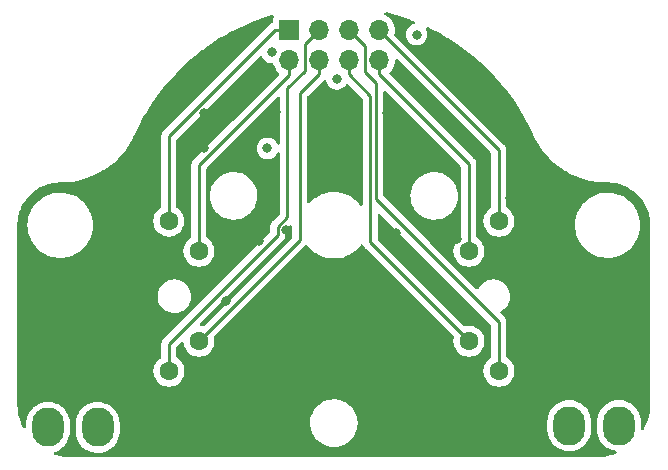
<source format=gbr>
%TF.GenerationSoftware,KiCad,Pcbnew,(6.0.9)*%
%TF.CreationDate,2023-01-27T16:36:23-09:00*%
%TF.ProjectId,GAUGE_Hydraulic Pressure,47415547-455f-4487-9964-7261756c6963,rev?*%
%TF.SameCoordinates,Original*%
%TF.FileFunction,Copper,L4,Bot*%
%TF.FilePolarity,Positive*%
%FSLAX46Y46*%
G04 Gerber Fmt 4.6, Leading zero omitted, Abs format (unit mm)*
G04 Created by KiCad (PCBNEW (6.0.9)) date 2023-01-27 16:36:23*
%MOMM*%
%LPD*%
G01*
G04 APERTURE LIST*
G04 Aperture macros list*
%AMRoundRect*
0 Rectangle with rounded corners*
0 $1 Rounding radius*
0 $2 $3 $4 $5 $6 $7 $8 $9 X,Y pos of 4 corners*
0 Add a 4 corners polygon primitive as box body*
4,1,4,$2,$3,$4,$5,$6,$7,$8,$9,$2,$3,0*
0 Add four circle primitives for the rounded corners*
1,1,$1+$1,$2,$3*
1,1,$1+$1,$4,$5*
1,1,$1+$1,$6,$7*
1,1,$1+$1,$8,$9*
0 Add four rect primitives between the rounded corners*
20,1,$1+$1,$2,$3,$4,$5,0*
20,1,$1+$1,$4,$5,$6,$7,0*
20,1,$1+$1,$6,$7,$8,$9,0*
20,1,$1+$1,$8,$9,$2,$3,0*%
G04 Aperture macros list end*
%TA.AperFunction,ComponentPad*%
%ADD10C,1.600000*%
%TD*%
%TA.AperFunction,ComponentPad*%
%ADD11O,2.700000X3.300000*%
%TD*%
%TA.AperFunction,ComponentPad*%
%ADD12RoundRect,0.250001X1.099999X1.399999X-1.099999X1.399999X-1.099999X-1.399999X1.099999X-1.399999X0*%
%TD*%
%TA.AperFunction,ComponentPad*%
%ADD13O,1.700000X1.700000*%
%TD*%
%TA.AperFunction,ComponentPad*%
%ADD14R,1.700000X1.700000*%
%TD*%
%TA.AperFunction,ViaPad*%
%ADD15C,0.800000*%
%TD*%
%TA.AperFunction,Conductor*%
%ADD16C,0.250000*%
%TD*%
G04 APERTURE END LIST*
D10*
%TO.P,M1,8*%
%TO.N,/COIL8*%
X193630576Y-128559417D03*
%TO.P,M1,7*%
%TO.N,/COIL7*%
X193630576Y-120939417D03*
%TO.P,M1,6*%
%TO.N,/COIL6*%
X170770576Y-128559417D03*
%TO.P,M1,5*%
%TO.N,/COIL5*%
X170770576Y-120939417D03*
%TO.P,M1,4*%
%TO.N,/COIL4*%
X196170576Y-131099417D03*
%TO.P,M1,3*%
%TO.N,/COIL3*%
X196170576Y-118399417D03*
%TO.P,M1,2*%
%TO.N,/COIL2*%
X168230576Y-131099417D03*
%TO.P,M1,1*%
%TO.N,/COIL1*%
X168222000Y-118393000D03*
%TD*%
D11*
%TO.P,J3,4*%
%TO.N,/DOUT*%
X202122000Y-135710000D03*
%TO.P,J3,3*%
%TO.N,/LEDGND*%
X206322000Y-135710000D03*
%TO.P,J3,2*%
%TO.N,/LED+5V*%
X202122000Y-130210000D03*
D12*
%TO.P,J3,1*%
X206322000Y-130210000D03*
%TD*%
D11*
%TO.P,J1,4*%
%TO.N,/DIN*%
X157989000Y-135863000D03*
%TO.P,J1,3*%
%TO.N,/LEDGND*%
X162189000Y-135863000D03*
%TO.P,J1,2*%
%TO.N,/LED+5V*%
X157989000Y-130363000D03*
D12*
%TO.P,J1,1*%
X162189000Y-130363000D03*
%TD*%
D13*
%TO.P,J2,8*%
%TO.N,/COIL7*%
X186002000Y-104773000D03*
%TO.P,J2,7*%
%TO.N,/COIL3*%
X186002000Y-102233000D03*
%TO.P,J2,6*%
%TO.N,/COIL8*%
X183462000Y-104773000D03*
%TO.P,J2,5*%
%TO.N,/COIL4*%
X183462000Y-102233000D03*
%TO.P,J2,4*%
%TO.N,/COIL6*%
X180922000Y-104773000D03*
%TO.P,J2,3*%
%TO.N,/COIL2*%
X180922000Y-102233000D03*
%TO.P,J2,2*%
%TO.N,/COIL5*%
X178382000Y-104773000D03*
D14*
%TO.P,J2,1*%
%TO.N,/COIL1*%
X178382000Y-102233000D03*
%TD*%
D15*
%TO.N,/LED+5V*%
X183464500Y-115398900D03*
X178173600Y-119173900D03*
X175811900Y-120099700D03*
X174479400Y-106750800D03*
X173088400Y-125141900D03*
X189182000Y-134353100D03*
X183239400Y-109195500D03*
X179755200Y-133598200D03*
X199191900Y-121272300D03*
X197073800Y-116479600D03*
X187419300Y-119418700D03*
X175384500Y-134170600D03*
X171225800Y-109265400D03*
X188690300Y-106874000D03*
X180905000Y-109195500D03*
X177319400Y-109195500D03*
X171216700Y-112197000D03*
X175871500Y-110045100D03*
X186649200Y-109233300D03*
X197004500Y-110433000D03*
X188390100Y-113644100D03*
X171908800Y-118294100D03*
X164574500Y-117330600D03*
X192635600Y-119896200D03*
X193448600Y-126799000D03*
X187607000Y-126418900D03*
X175211000Y-127661400D03*
X179656000Y-127661400D03*
X184101000Y-127661400D03*
X168934165Y-121858000D03*
X176346260Y-116206257D03*
X192344100Y-110332800D03*
%TO.N,/LEDGND*%
X176939341Y-104113176D03*
X182439341Y-106363176D03*
X176563082Y-112236917D03*
X189189341Y-102613176D03*
%TD*%
D16*
%TO.N,/COIL4*%
X196170600Y-126964500D02*
X196170600Y-131099400D01*
X185732200Y-116526100D02*
X196170600Y-126964500D01*
X184826999Y-103597999D02*
X184826999Y-105817998D01*
X185732200Y-106723200D02*
X185732200Y-116526100D01*
X184826999Y-105817998D02*
X185732200Y-106723200D01*
X183462000Y-102233000D02*
X184826999Y-103597999D01*
X196170576Y-131099417D02*
X196170576Y-127594411D01*
%TO.N,/COIL3*%
X196170576Y-112401576D02*
X196170576Y-118399417D01*
X186002000Y-102233000D02*
X196170576Y-112401576D01*
%TO.N,/COIL2*%
X168230600Y-128775900D02*
X168230600Y-131099400D01*
X177448300Y-119558200D02*
X168230600Y-128775900D01*
X177448300Y-118873500D02*
X177448300Y-119558200D01*
X179746999Y-103408001D02*
X179746999Y-105682602D01*
X178262000Y-118059800D02*
X177448300Y-118873500D01*
X178262000Y-107167600D02*
X178262000Y-118059800D01*
X179746999Y-105682602D02*
X178262000Y-107167600D01*
X180922000Y-102233000D02*
X179746999Y-103408001D01*
%TO.N,/COIL1*%
X178382000Y-102233000D02*
X177206700Y-102233000D01*
X177206700Y-102233000D02*
X168222000Y-111217700D01*
X168222000Y-111217700D02*
X168222000Y-118393000D01*
%TO.N,/COIL5*%
X170770600Y-120939400D02*
X170770600Y-113668900D01*
X170770600Y-113668900D02*
X178382000Y-106057500D01*
X178382000Y-106057500D02*
X178382000Y-105948300D01*
X178382000Y-104773000D02*
X178382000Y-105948300D01*
%TO.N,/COIL6*%
X180922000Y-104773000D02*
X180922000Y-105948300D01*
X180922000Y-105948300D02*
X179298800Y-107571500D01*
X179298800Y-107571500D02*
X179298800Y-120031200D01*
X179298800Y-120031200D02*
X170770600Y-128559400D01*
%TO.N,/COIL7*%
X186002000Y-104773000D02*
X186002000Y-105948300D01*
X186002000Y-105948300D02*
X193630600Y-113576900D01*
X193630600Y-113576900D02*
X193630600Y-120939400D01*
%TO.N,/COIL8*%
X193630600Y-128559400D02*
X185281800Y-120210600D01*
X185281800Y-120210600D02*
X185281800Y-107768100D01*
X185281800Y-107768100D02*
X183462000Y-105948300D01*
X183462000Y-104773000D02*
X183462000Y-105948300D01*
%TD*%
%TA.AperFunction,Conductor*%
%TO.N,/LED+5V*%
G36*
X186602807Y-100737706D02*
G01*
X187171238Y-100884029D01*
X187221429Y-100896949D01*
X187226985Y-100898516D01*
X187452637Y-100967768D01*
X188033740Y-101146108D01*
X188039187Y-101147917D01*
X188759432Y-101405617D01*
X188833757Y-101432210D01*
X188839141Y-101434277D01*
X188839871Y-101434576D01*
X188982535Y-101493124D01*
X189037962Y-101537491D01*
X189060602Y-101604781D01*
X189043269Y-101673630D01*
X188991466Y-101722177D01*
X188960896Y-101732936D01*
X188913517Y-101743007D01*
X188913508Y-101743010D01*
X188907053Y-101744382D01*
X188901023Y-101747067D01*
X188901022Y-101747067D01*
X188738619Y-101819373D01*
X188738617Y-101819374D01*
X188732589Y-101822058D01*
X188578088Y-101934310D01*
X188573667Y-101939220D01*
X188573666Y-101939221D01*
X188481187Y-102041930D01*
X188450301Y-102076232D01*
X188354814Y-102241620D01*
X188295799Y-102423248D01*
X188295109Y-102429809D01*
X188295109Y-102429811D01*
X188286617Y-102510612D01*
X188275837Y-102613176D01*
X188295799Y-102803104D01*
X188354814Y-102984732D01*
X188450301Y-103150120D01*
X188578088Y-103292042D01*
X188652805Y-103346327D01*
X188720681Y-103395642D01*
X188732589Y-103404294D01*
X188738617Y-103406978D01*
X188738619Y-103406979D01*
X188896029Y-103477062D01*
X188907053Y-103481970D01*
X188982981Y-103498109D01*
X189087397Y-103520304D01*
X189087402Y-103520304D01*
X189093854Y-103521676D01*
X189284828Y-103521676D01*
X189291280Y-103520304D01*
X189291285Y-103520304D01*
X189395701Y-103498109D01*
X189471629Y-103481970D01*
X189482653Y-103477062D01*
X189640063Y-103406979D01*
X189640065Y-103406978D01*
X189646093Y-103404294D01*
X189658002Y-103395642D01*
X189725877Y-103346327D01*
X189800594Y-103292042D01*
X189928381Y-103150120D01*
X190023868Y-102984732D01*
X190082883Y-102803104D01*
X190102845Y-102613176D01*
X190092065Y-102510612D01*
X190083573Y-102429811D01*
X190083573Y-102429809D01*
X190082883Y-102423248D01*
X190023868Y-102241620D01*
X189987147Y-102178017D01*
X189970409Y-102109021D01*
X189993630Y-102041930D01*
X190049437Y-101998043D01*
X190120112Y-101991294D01*
X190149393Y-102000765D01*
X190390321Y-102112797D01*
X190395500Y-102115351D01*
X191143587Y-102505848D01*
X191148641Y-102508635D01*
X191809065Y-102892857D01*
X191878063Y-102932999D01*
X191882986Y-102936017D01*
X192592210Y-103393359D01*
X192596989Y-103396598D01*
X193284490Y-103885931D01*
X193289116Y-103889386D01*
X193953484Y-104409706D01*
X193957947Y-104413369D01*
X194597795Y-104963593D01*
X194602085Y-104967457D01*
X195216045Y-105546407D01*
X195220154Y-105550464D01*
X195806934Y-106156920D01*
X195810853Y-106161160D01*
X196369261Y-106793892D01*
X196372981Y-106798308D01*
X196901781Y-107455915D01*
X196905296Y-107460496D01*
X197403447Y-108141682D01*
X197406747Y-108146419D01*
X197873155Y-108849692D01*
X197876235Y-108854576D01*
X198309935Y-109578478D01*
X198312788Y-109583498D01*
X198712858Y-110326487D01*
X198715473Y-110331620D01*
X198894873Y-110704804D01*
X199060878Y-111050125D01*
X199069131Y-111072506D01*
X199072558Y-111085465D01*
X199074971Y-111090971D01*
X199075043Y-111091232D01*
X199075186Y-111091462D01*
X199077596Y-111096963D01*
X199080215Y-111101072D01*
X199082509Y-111105371D01*
X199082468Y-111105393D01*
X199085156Y-111110153D01*
X199260983Y-111464173D01*
X199296821Y-111536331D01*
X199297972Y-111538284D01*
X199297973Y-111538286D01*
X199532517Y-111936278D01*
X199546103Y-111959332D01*
X199547373Y-111961172D01*
X199547378Y-111961180D01*
X199821096Y-112357785D01*
X199824991Y-112363428D01*
X199826386Y-112365168D01*
X199826396Y-112365182D01*
X200130645Y-112744788D01*
X200130653Y-112744798D01*
X200132057Y-112746549D01*
X200133590Y-112748203D01*
X200133591Y-112748205D01*
X200395310Y-113030720D01*
X200465730Y-113106736D01*
X200824301Y-113442144D01*
X200826043Y-113443554D01*
X200826051Y-113443561D01*
X200996079Y-113581189D01*
X201205935Y-113751056D01*
X201207767Y-113752333D01*
X201207777Y-113752341D01*
X201407335Y-113891494D01*
X201608679Y-114031893D01*
X201610621Y-114033050D01*
X201610627Y-114033054D01*
X202028529Y-114282058D01*
X202030471Y-114283215D01*
X202032481Y-114284225D01*
X202032493Y-114284232D01*
X202208691Y-114372805D01*
X202469153Y-114503737D01*
X202471228Y-114504600D01*
X202471234Y-114504603D01*
X202599882Y-114558123D01*
X202922479Y-114692330D01*
X203018606Y-114724472D01*
X203385977Y-114847310D01*
X203385983Y-114847312D01*
X203388128Y-114848029D01*
X203863718Y-114970036D01*
X203865917Y-114970435D01*
X203865930Y-114970438D01*
X204129991Y-115018370D01*
X204346814Y-115057728D01*
X204623982Y-115087781D01*
X204832708Y-115110414D01*
X204832717Y-115110415D01*
X204834943Y-115110656D01*
X205182815Y-115123340D01*
X205296096Y-115127471D01*
X205303391Y-115128216D01*
X205303411Y-115127994D01*
X205308265Y-115128433D01*
X205313055Y-115129242D01*
X205317908Y-115129305D01*
X205317912Y-115129305D01*
X205319360Y-115129323D01*
X205325607Y-115129404D01*
X205330419Y-115128718D01*
X205335283Y-115128405D01*
X205335298Y-115128635D01*
X205346731Y-115127896D01*
X205354191Y-115127987D01*
X205363060Y-115129368D01*
X205371963Y-115128204D01*
X205382412Y-115126838D01*
X205404929Y-115125926D01*
X205717880Y-115141303D01*
X205730178Y-115142515D01*
X206069244Y-115192813D01*
X206081358Y-115195222D01*
X206413871Y-115278515D01*
X206425703Y-115282105D01*
X206748435Y-115397583D01*
X206759858Y-115402315D01*
X207069709Y-115548865D01*
X207080614Y-115554693D01*
X207374622Y-115730916D01*
X207384903Y-115737786D01*
X207660226Y-115941981D01*
X207669778Y-115949821D01*
X207923760Y-116180019D01*
X207932503Y-116188762D01*
X208162688Y-116442733D01*
X208170532Y-116452291D01*
X208374718Y-116727604D01*
X208381588Y-116737885D01*
X208557809Y-117031892D01*
X208563638Y-117042797D01*
X208710196Y-117352667D01*
X208714927Y-117364091D01*
X208830398Y-117686808D01*
X208833988Y-117698640D01*
X208844659Y-117741238D01*
X208902596Y-117972530D01*
X208917279Y-118031148D01*
X208919689Y-118043267D01*
X208969863Y-118381500D01*
X208969987Y-118382334D01*
X208971199Y-118394637D01*
X208972894Y-118429149D01*
X208986216Y-118700292D01*
X208984868Y-118725859D01*
X208984530Y-118728027D01*
X208984530Y-118728035D01*
X208983149Y-118736903D01*
X208984313Y-118745804D01*
X208984313Y-118745808D01*
X208987276Y-118768462D01*
X208988340Y-118784800D01*
X208988340Y-133780462D01*
X208986840Y-133799848D01*
X208986109Y-133804545D01*
X208983149Y-133823552D01*
X208985824Y-133844012D01*
X208986768Y-133865835D01*
X208981608Y-133984002D01*
X208971182Y-134222763D01*
X208970224Y-134233713D01*
X208969862Y-134236465D01*
X208929027Y-134546625D01*
X208919602Y-134618208D01*
X208917694Y-134629029D01*
X208892026Y-134744807D01*
X208833754Y-135007649D01*
X208830909Y-135018266D01*
X208714295Y-135388116D01*
X208710536Y-135398446D01*
X208562121Y-135756748D01*
X208557475Y-135766709D01*
X208418263Y-136034132D01*
X208369067Y-136085320D01*
X208300005Y-136101785D01*
X208233006Y-136078298D01*
X208189341Y-136022317D01*
X208180500Y-135975952D01*
X208180500Y-135341488D01*
X208177385Y-135298547D01*
X208170823Y-135208116D01*
X208165953Y-135140996D01*
X208164969Y-135136538D01*
X208108791Y-134882088D01*
X208108790Y-134882084D01*
X208107806Y-134877628D01*
X208057485Y-134744807D01*
X208013868Y-134629682D01*
X208013867Y-134629679D01*
X208012250Y-134625412D01*
X207881286Y-134389632D01*
X207782470Y-134260152D01*
X207720429Y-134178859D01*
X207720428Y-134178858D01*
X207717657Y-134175227D01*
X207694627Y-134152713D01*
X207585523Y-134046057D01*
X207524792Y-133986688D01*
X207306730Y-133827966D01*
X207186466Y-133764692D01*
X207072079Y-133704510D01*
X207072073Y-133704507D01*
X207068039Y-133702385D01*
X207063734Y-133700865D01*
X207063730Y-133700863D01*
X206818033Y-133614098D01*
X206818032Y-133614098D01*
X206813720Y-133612575D01*
X206685968Y-133587395D01*
X206553572Y-133561300D01*
X206553566Y-133561299D01*
X206549100Y-133560419D01*
X206544547Y-133560192D01*
X206544544Y-133560192D01*
X206284292Y-133547236D01*
X206284286Y-133547236D01*
X206279723Y-133547009D01*
X206011231Y-133572625D01*
X206006797Y-133573710D01*
X206006791Y-133573711D01*
X205753688Y-133635645D01*
X205749250Y-133636731D01*
X205499267Y-133737985D01*
X205410065Y-133790215D01*
X205304312Y-133852136D01*
X205266518Y-133874265D01*
X205055881Y-134042716D01*
X204871766Y-134239809D01*
X204718032Y-134461416D01*
X204716001Y-134465499D01*
X204715999Y-134465502D01*
X204698712Y-134500250D01*
X204597899Y-134702894D01*
X204596478Y-134707228D01*
X204596477Y-134707231D01*
X204582862Y-134748765D01*
X204513882Y-134959186D01*
X204513102Y-134963677D01*
X204513102Y-134963678D01*
X204481525Y-135145547D01*
X204467743Y-135224921D01*
X204467552Y-135228758D01*
X204464078Y-135298547D01*
X204463500Y-135310149D01*
X204463500Y-136078512D01*
X204463665Y-136080780D01*
X204463665Y-136080792D01*
X204467182Y-136129259D01*
X204478047Y-136279004D01*
X204479031Y-136283459D01*
X204479031Y-136283462D01*
X204529786Y-136513347D01*
X204536194Y-136542372D01*
X204583972Y-136668480D01*
X204603944Y-136721194D01*
X204631750Y-136794588D01*
X204762714Y-137030368D01*
X204765486Y-137034000D01*
X204879608Y-137183535D01*
X204926343Y-137244773D01*
X204929609Y-137247966D01*
X204929611Y-137247968D01*
X204963126Y-137280731D01*
X205119208Y-137433312D01*
X205337270Y-137592034D01*
X205437031Y-137644521D01*
X205571921Y-137715490D01*
X205571927Y-137715493D01*
X205575961Y-137717615D01*
X205580266Y-137719135D01*
X205580270Y-137719137D01*
X205765549Y-137784566D01*
X205830280Y-137807425D01*
X205834761Y-137808308D01*
X205834764Y-137808309D01*
X205911237Y-137823382D01*
X206043710Y-137849492D01*
X206106676Y-137882289D01*
X206141916Y-137943922D01*
X206138240Y-138014823D01*
X206096815Y-138072482D01*
X206067564Y-138089521D01*
X206026362Y-138106588D01*
X205985453Y-138123533D01*
X205975137Y-138127288D01*
X205848717Y-138167149D01*
X205605270Y-138243908D01*
X205594653Y-138246753D01*
X205405347Y-138288722D01*
X205216037Y-138330693D01*
X205205220Y-138332600D01*
X204914764Y-138370841D01*
X204820721Y-138383223D01*
X204809771Y-138384181D01*
X204754754Y-138386584D01*
X204460326Y-138399441D01*
X204435453Y-138398061D01*
X204423112Y-138396140D01*
X204414211Y-138397304D01*
X204414207Y-138397304D01*
X204391553Y-138400267D01*
X204375215Y-138401331D01*
X160016205Y-138401331D01*
X159996820Y-138399831D01*
X159981987Y-138397521D01*
X159981983Y-138397521D01*
X159973114Y-138396140D01*
X159952656Y-138398815D01*
X159930830Y-138399759D01*
X159573894Y-138384178D01*
X159562949Y-138383220D01*
X159178448Y-138332603D01*
X159167628Y-138330696D01*
X159033665Y-138300997D01*
X158789014Y-138246761D01*
X158778397Y-138243917D01*
X158662001Y-138207219D01*
X158562772Y-138175933D01*
X158503819Y-138136373D01*
X158475612Y-138071220D01*
X158487106Y-138001160D01*
X158534654Y-137948437D01*
X158560263Y-137936633D01*
X158561750Y-137936269D01*
X158811733Y-137835015D01*
X159044482Y-137698735D01*
X159255119Y-137530284D01*
X159439234Y-137333191D01*
X159592968Y-137111584D01*
X159713101Y-136870106D01*
X159718615Y-136853287D01*
X159795698Y-136618147D01*
X159795699Y-136618141D01*
X159797118Y-136613814D01*
X159825226Y-136451930D01*
X159842601Y-136351860D01*
X159842602Y-136351852D01*
X159843257Y-136348079D01*
X159846696Y-136279004D01*
X159847422Y-136264422D01*
X159847422Y-136264414D01*
X159847500Y-136262851D01*
X159847500Y-136231512D01*
X160330500Y-136231512D01*
X160330665Y-136233780D01*
X160330665Y-136233792D01*
X160333946Y-136279004D01*
X160345047Y-136432004D01*
X160346031Y-136436459D01*
X160346031Y-136436462D01*
X160387673Y-136625071D01*
X160403194Y-136695372D01*
X160404812Y-136699642D01*
X160470944Y-136874194D01*
X160498750Y-136947588D01*
X160629714Y-137183368D01*
X160711528Y-137290570D01*
X160751036Y-137342337D01*
X160793343Y-137397773D01*
X160796609Y-137400966D01*
X160796611Y-137400968D01*
X160889775Y-137492042D01*
X160986208Y-137586312D01*
X161204270Y-137745034D01*
X161273685Y-137781555D01*
X161438921Y-137868490D01*
X161438927Y-137868493D01*
X161442961Y-137870615D01*
X161447266Y-137872135D01*
X161447270Y-137872137D01*
X161663333Y-137948437D01*
X161697280Y-137960425D01*
X161825032Y-137985605D01*
X161957428Y-138011700D01*
X161957434Y-138011701D01*
X161961900Y-138012581D01*
X161966453Y-138012808D01*
X161966456Y-138012808D01*
X162226708Y-138025764D01*
X162226714Y-138025764D01*
X162231277Y-138025991D01*
X162499769Y-138000375D01*
X162504203Y-137999290D01*
X162504209Y-137999289D01*
X162757312Y-137937355D01*
X162761750Y-137936269D01*
X163011733Y-137835015D01*
X163244482Y-137698735D01*
X163455119Y-137530284D01*
X163639234Y-137333191D01*
X163792968Y-137111584D01*
X163913101Y-136870106D01*
X163918615Y-136853287D01*
X163995698Y-136618147D01*
X163995699Y-136618141D01*
X163997118Y-136613814D01*
X164025226Y-136451930D01*
X164042601Y-136351860D01*
X164042602Y-136351852D01*
X164043257Y-136348079D01*
X164046696Y-136279004D01*
X164047422Y-136264422D01*
X164047422Y-136264414D01*
X164047500Y-136262851D01*
X164047500Y-135494488D01*
X164043020Y-135432733D01*
X180179822Y-135432733D01*
X180179975Y-135437121D01*
X180179975Y-135437127D01*
X180182059Y-135496779D01*
X180189625Y-135713458D01*
X180190387Y-135717781D01*
X180190388Y-135717788D01*
X180214164Y-135852624D01*
X180238402Y-135990087D01*
X180325203Y-136257235D01*
X180327131Y-136261188D01*
X180327133Y-136261193D01*
X180354902Y-136318127D01*
X180448340Y-136509702D01*
X180450795Y-136513341D01*
X180450798Y-136513347D01*
X180470376Y-136542372D01*
X180605415Y-136742576D01*
X180793371Y-136951322D01*
X181008550Y-137131879D01*
X181246764Y-137280731D01*
X181503375Y-137394982D01*
X181524251Y-137400968D01*
X181737414Y-137462091D01*
X181773390Y-137472407D01*
X181777740Y-137473018D01*
X181777743Y-137473019D01*
X181880690Y-137487487D01*
X182051552Y-137511500D01*
X182262146Y-137511500D01*
X182264332Y-137511347D01*
X182264336Y-137511347D01*
X182467827Y-137497118D01*
X182467832Y-137497117D01*
X182472212Y-137496811D01*
X182746970Y-137438409D01*
X182751099Y-137436906D01*
X182751103Y-137436905D01*
X183006781Y-137343846D01*
X183006785Y-137343844D01*
X183010926Y-137342337D01*
X183258942Y-137210464D01*
X183296237Y-137183368D01*
X183482629Y-137047947D01*
X183482632Y-137047944D01*
X183486192Y-137045358D01*
X183505850Y-137026375D01*
X183587436Y-136947588D01*
X183688252Y-136850231D01*
X183861188Y-136628882D01*
X183863384Y-136625078D01*
X183863389Y-136625071D01*
X183999435Y-136389431D01*
X184001636Y-136385619D01*
X184106862Y-136125176D01*
X184110683Y-136109851D01*
X184118497Y-136078512D01*
X200263500Y-136078512D01*
X200263665Y-136080780D01*
X200263665Y-136080792D01*
X200267182Y-136129259D01*
X200278047Y-136279004D01*
X200279031Y-136283459D01*
X200279031Y-136283462D01*
X200329786Y-136513347D01*
X200336194Y-136542372D01*
X200383972Y-136668480D01*
X200403944Y-136721194D01*
X200431750Y-136794588D01*
X200562714Y-137030368D01*
X200565486Y-137034000D01*
X200679608Y-137183535D01*
X200726343Y-137244773D01*
X200729609Y-137247966D01*
X200729611Y-137247968D01*
X200763126Y-137280731D01*
X200919208Y-137433312D01*
X201137270Y-137592034D01*
X201237031Y-137644521D01*
X201371921Y-137715490D01*
X201371927Y-137715493D01*
X201375961Y-137717615D01*
X201380266Y-137719135D01*
X201380270Y-137719137D01*
X201565549Y-137784566D01*
X201630280Y-137807425D01*
X201758032Y-137832605D01*
X201890428Y-137858700D01*
X201890434Y-137858701D01*
X201894900Y-137859581D01*
X201899453Y-137859808D01*
X201899456Y-137859808D01*
X202159708Y-137872764D01*
X202159714Y-137872764D01*
X202164277Y-137872991D01*
X202432769Y-137847375D01*
X202437203Y-137846290D01*
X202437209Y-137846289D01*
X202690312Y-137784355D01*
X202694750Y-137783269D01*
X202944733Y-137682015D01*
X203177482Y-137545735D01*
X203365989Y-137394982D01*
X203384553Y-137380136D01*
X203384555Y-137380135D01*
X203388119Y-137377284D01*
X203572234Y-137180191D01*
X203725968Y-136958584D01*
X203731439Y-136947588D01*
X203844067Y-136721194D01*
X203846101Y-136717106D01*
X203854688Y-136690912D01*
X203928698Y-136465147D01*
X203928699Y-136465141D01*
X203930118Y-136460814D01*
X203935120Y-136432004D01*
X203975601Y-136198860D01*
X203975602Y-136198852D01*
X203976257Y-136195079D01*
X203980500Y-136109851D01*
X203980500Y-135341488D01*
X203977385Y-135298547D01*
X203970823Y-135208116D01*
X203965953Y-135140996D01*
X203964969Y-135136538D01*
X203908791Y-134882088D01*
X203908790Y-134882084D01*
X203907806Y-134877628D01*
X203857485Y-134744807D01*
X203813868Y-134629682D01*
X203813867Y-134629679D01*
X203812250Y-134625412D01*
X203681286Y-134389632D01*
X203582470Y-134260152D01*
X203520429Y-134178859D01*
X203520428Y-134178858D01*
X203517657Y-134175227D01*
X203494627Y-134152713D01*
X203385523Y-134046057D01*
X203324792Y-133986688D01*
X203106730Y-133827966D01*
X202986466Y-133764692D01*
X202872079Y-133704510D01*
X202872073Y-133704507D01*
X202868039Y-133702385D01*
X202863734Y-133700865D01*
X202863730Y-133700863D01*
X202618033Y-133614098D01*
X202618032Y-133614098D01*
X202613720Y-133612575D01*
X202485968Y-133587395D01*
X202353572Y-133561300D01*
X202353566Y-133561299D01*
X202349100Y-133560419D01*
X202344547Y-133560192D01*
X202344544Y-133560192D01*
X202084292Y-133547236D01*
X202084286Y-133547236D01*
X202079723Y-133547009D01*
X201811231Y-133572625D01*
X201806797Y-133573710D01*
X201806791Y-133573711D01*
X201553688Y-133635645D01*
X201549250Y-133636731D01*
X201299267Y-133737985D01*
X201210065Y-133790215D01*
X201104312Y-133852136D01*
X201066518Y-133874265D01*
X200855881Y-134042716D01*
X200671766Y-134239809D01*
X200518032Y-134461416D01*
X200516001Y-134465499D01*
X200515999Y-134465502D01*
X200498712Y-134500250D01*
X200397899Y-134702894D01*
X200396478Y-134707228D01*
X200396477Y-134707231D01*
X200382862Y-134748765D01*
X200313882Y-134959186D01*
X200313102Y-134963677D01*
X200313102Y-134963678D01*
X200281525Y-135145547D01*
X200267743Y-135224921D01*
X200267552Y-135228758D01*
X200264078Y-135298547D01*
X200263500Y-135310149D01*
X200263500Y-136078512D01*
X184118497Y-136078512D01*
X184173753Y-135856893D01*
X184173754Y-135856888D01*
X184174817Y-135852624D01*
X184183847Y-135766715D01*
X184203719Y-135577636D01*
X184203719Y-135577633D01*
X184204178Y-135573267D01*
X184201427Y-135494488D01*
X184194529Y-135296939D01*
X184194528Y-135296933D01*
X184194375Y-135292542D01*
X184183129Y-135228758D01*
X184148979Y-135035088D01*
X184145598Y-135015913D01*
X184058797Y-134748765D01*
X184038540Y-134707231D01*
X184000403Y-134629040D01*
X183935660Y-134496298D01*
X183933205Y-134492659D01*
X183933202Y-134492653D01*
X183820140Y-134325032D01*
X183778585Y-134263424D01*
X183590629Y-134054678D01*
X183375450Y-133874121D01*
X183137236Y-133725269D01*
X182880625Y-133611018D01*
X182725992Y-133566678D01*
X182614837Y-133534805D01*
X182614836Y-133534805D01*
X182610610Y-133533593D01*
X182606260Y-133532982D01*
X182606257Y-133532981D01*
X182503310Y-133518513D01*
X182332448Y-133494500D01*
X182121854Y-133494500D01*
X182119668Y-133494653D01*
X182119664Y-133494653D01*
X181916173Y-133508882D01*
X181916168Y-133508883D01*
X181911788Y-133509189D01*
X181637030Y-133567591D01*
X181632901Y-133569094D01*
X181632897Y-133569095D01*
X181377219Y-133662154D01*
X181377215Y-133662156D01*
X181373074Y-133663663D01*
X181125058Y-133795536D01*
X181121499Y-133798122D01*
X181121497Y-133798123D01*
X180996041Y-133889272D01*
X180897808Y-133960642D01*
X180894644Y-133963698D01*
X180894641Y-133963700D01*
X180867528Y-133989883D01*
X180695748Y-134155769D01*
X180522812Y-134377118D01*
X180520616Y-134380922D01*
X180520611Y-134380929D01*
X180429349Y-134539000D01*
X180382364Y-134620381D01*
X180277138Y-134880824D01*
X180276073Y-134885097D01*
X180276072Y-134885099D01*
X180212270Y-135140996D01*
X180209183Y-135153376D01*
X180208724Y-135157744D01*
X180208723Y-135157749D01*
X180183423Y-135398471D01*
X180179822Y-135432733D01*
X164043020Y-135432733D01*
X164033283Y-135298547D01*
X164032953Y-135293996D01*
X164018550Y-135228758D01*
X163975791Y-135035088D01*
X163975790Y-135035084D01*
X163974806Y-135030628D01*
X163916840Y-134877628D01*
X163880868Y-134782682D01*
X163880867Y-134782679D01*
X163879250Y-134778412D01*
X163748286Y-134542632D01*
X163666471Y-134435429D01*
X163587429Y-134331859D01*
X163587428Y-134331858D01*
X163584657Y-134328227D01*
X163391792Y-134139688D01*
X163173730Y-133980966D01*
X163073969Y-133928479D01*
X162939079Y-133857510D01*
X162939073Y-133857507D01*
X162935039Y-133855385D01*
X162930734Y-133853865D01*
X162930730Y-133853863D01*
X162685033Y-133767098D01*
X162685032Y-133767098D01*
X162680720Y-133765575D01*
X162532048Y-133736272D01*
X162420572Y-133714300D01*
X162420566Y-133714299D01*
X162416100Y-133713419D01*
X162411547Y-133713192D01*
X162411544Y-133713192D01*
X162151292Y-133700236D01*
X162151286Y-133700236D01*
X162146723Y-133700009D01*
X161878231Y-133725625D01*
X161873797Y-133726710D01*
X161873791Y-133726711D01*
X161654129Y-133780462D01*
X161616250Y-133789731D01*
X161366267Y-133890985D01*
X161133518Y-134027265D01*
X161129951Y-134030118D01*
X160943960Y-134178859D01*
X160922881Y-134195716D01*
X160738766Y-134392809D01*
X160585032Y-134614416D01*
X160583001Y-134618499D01*
X160582999Y-134618502D01*
X160577437Y-134629682D01*
X160464899Y-134855894D01*
X160463478Y-134860228D01*
X160463477Y-134860231D01*
X160411025Y-135020236D01*
X160380882Y-135112186D01*
X160380102Y-135116677D01*
X160380102Y-135116678D01*
X160341069Y-135341488D01*
X160334743Y-135377921D01*
X160330500Y-135463149D01*
X160330500Y-136231512D01*
X159847500Y-136231512D01*
X159847500Y-135494488D01*
X159843020Y-135432733D01*
X159833283Y-135298547D01*
X159832953Y-135293996D01*
X159818550Y-135228758D01*
X159775791Y-135035088D01*
X159775790Y-135035084D01*
X159774806Y-135030628D01*
X159716840Y-134877628D01*
X159680868Y-134782682D01*
X159680867Y-134782679D01*
X159679250Y-134778412D01*
X159548286Y-134542632D01*
X159466471Y-134435429D01*
X159387429Y-134331859D01*
X159387428Y-134331858D01*
X159384657Y-134328227D01*
X159191792Y-134139688D01*
X158973730Y-133980966D01*
X158873969Y-133928479D01*
X158739079Y-133857510D01*
X158739073Y-133857507D01*
X158735039Y-133855385D01*
X158730734Y-133853865D01*
X158730730Y-133853863D01*
X158485033Y-133767098D01*
X158485032Y-133767098D01*
X158480720Y-133765575D01*
X158332048Y-133736272D01*
X158220572Y-133714300D01*
X158220566Y-133714299D01*
X158216100Y-133713419D01*
X158211547Y-133713192D01*
X158211544Y-133713192D01*
X157951292Y-133700236D01*
X157951286Y-133700236D01*
X157946723Y-133700009D01*
X157678231Y-133725625D01*
X157673797Y-133726710D01*
X157673791Y-133726711D01*
X157454129Y-133780462D01*
X157416250Y-133789731D01*
X157166267Y-133890985D01*
X156933518Y-134027265D01*
X156929951Y-134030118D01*
X156743960Y-134178859D01*
X156722881Y-134195716D01*
X156538766Y-134392809D01*
X156385032Y-134614416D01*
X156383001Y-134618499D01*
X156382999Y-134618502D01*
X156377437Y-134629682D01*
X156264899Y-134855894D01*
X156263478Y-134860228D01*
X156263477Y-134860231D01*
X156211025Y-135020236D01*
X156180882Y-135112186D01*
X156180102Y-135116677D01*
X156180102Y-135116678D01*
X156141069Y-135341488D01*
X156134743Y-135377921D01*
X156130500Y-135463149D01*
X156130500Y-135836470D01*
X156110498Y-135904591D01*
X156056842Y-135951084D01*
X155986568Y-135961188D01*
X155921988Y-135931694D01*
X155892737Y-135894651D01*
X155826137Y-135766715D01*
X155821492Y-135756753D01*
X155699874Y-135463149D01*
X155673082Y-135398468D01*
X155669323Y-135388141D01*
X155552702Y-135018272D01*
X155549857Y-135007655D01*
X155481384Y-134698806D01*
X155465916Y-134629033D01*
X155464008Y-134618215D01*
X155413386Y-134233717D01*
X155412428Y-134222767D01*
X155405088Y-134054678D01*
X155397182Y-133873640D01*
X155398563Y-133848758D01*
X155399152Y-133844979D01*
X155399152Y-133844973D01*
X155400533Y-133836104D01*
X155399369Y-133827203D01*
X155399369Y-133827199D01*
X155396406Y-133804545D01*
X155395342Y-133788207D01*
X155395342Y-124686411D01*
X167279977Y-124686411D01*
X167288945Y-124925274D01*
X167338030Y-125159211D01*
X167425829Y-125381533D01*
X167549832Y-125585883D01*
X167553329Y-125589913D01*
X167643090Y-125693353D01*
X167706493Y-125766419D01*
X167710619Y-125769802D01*
X167710623Y-125769806D01*
X167809629Y-125850985D01*
X167891333Y-125917978D01*
X167895969Y-125920617D01*
X167895972Y-125920619D01*
X168009386Y-125985178D01*
X168099066Y-126036227D01*
X168323753Y-126117784D01*
X168329002Y-126118733D01*
X168329005Y-126118734D01*
X168554885Y-126159580D01*
X168554893Y-126159581D01*
X168558969Y-126160318D01*
X168577359Y-126161185D01*
X168582544Y-126161430D01*
X168582551Y-126161430D01*
X168584032Y-126161500D01*
X168752012Y-126161500D01*
X168930175Y-126146383D01*
X168935339Y-126145043D01*
X168935343Y-126145042D01*
X169156375Y-126087673D01*
X169156380Y-126087671D01*
X169161540Y-126086332D01*
X169374612Y-125990350D01*
X169374619Y-125990347D01*
X169374622Y-125990346D01*
X169379480Y-125988157D01*
X169577762Y-125854666D01*
X169750718Y-125689674D01*
X169893402Y-125497900D01*
X170001733Y-125284828D01*
X170042361Y-125153984D01*
X170071032Y-125061651D01*
X170071033Y-125061645D01*
X170072616Y-125056548D01*
X170104023Y-124819589D01*
X170095055Y-124580726D01*
X170045970Y-124346789D01*
X169958171Y-124124467D01*
X169834168Y-123920117D01*
X169744103Y-123816326D01*
X169681007Y-123743614D01*
X169681005Y-123743612D01*
X169677507Y-123739581D01*
X169673381Y-123736198D01*
X169673377Y-123736194D01*
X169496795Y-123591407D01*
X169492667Y-123588022D01*
X169488031Y-123585383D01*
X169488028Y-123585381D01*
X169289577Y-123472416D01*
X169284934Y-123469773D01*
X169060247Y-123388216D01*
X169054998Y-123387267D01*
X169054995Y-123387266D01*
X168829115Y-123346420D01*
X168829107Y-123346419D01*
X168825031Y-123345682D01*
X168806641Y-123344815D01*
X168801456Y-123344570D01*
X168801449Y-123344570D01*
X168799968Y-123344500D01*
X168631988Y-123344500D01*
X168453825Y-123359617D01*
X168448661Y-123360957D01*
X168448657Y-123360958D01*
X168227625Y-123418327D01*
X168227620Y-123418329D01*
X168222460Y-123419668D01*
X168217594Y-123421860D01*
X168009381Y-123515653D01*
X168009378Y-123515654D01*
X168004520Y-123517843D01*
X167806238Y-123651334D01*
X167633282Y-123816326D01*
X167490598Y-124008100D01*
X167382267Y-124221172D01*
X167368266Y-124266262D01*
X167312968Y-124444349D01*
X167312967Y-124444355D01*
X167311384Y-124449452D01*
X167279977Y-124686411D01*
X155395342Y-124686411D01*
X155395342Y-118792539D01*
X155396842Y-118773152D01*
X155399151Y-118758325D01*
X155399151Y-118758324D01*
X155400532Y-118749455D01*
X155399368Y-118740550D01*
X155398002Y-118730101D01*
X155397938Y-118728530D01*
X156250496Y-118728530D01*
X156250704Y-118732310D01*
X156250704Y-118732311D01*
X156251302Y-118743173D01*
X156268773Y-119060634D01*
X156269434Y-119064361D01*
X156269434Y-119064365D01*
X156301200Y-119243605D01*
X156326815Y-119388136D01*
X156327920Y-119391761D01*
X156327921Y-119391766D01*
X156370211Y-119530523D01*
X156423782Y-119706293D01*
X156425313Y-119709757D01*
X156425316Y-119709764D01*
X156507653Y-119896005D01*
X156558269Y-120010497D01*
X156560205Y-120013751D01*
X156560208Y-120013757D01*
X156717511Y-120278160D01*
X156728328Y-120296341D01*
X156730643Y-120299342D01*
X156730646Y-120299346D01*
X156781614Y-120365410D01*
X156931496Y-120559684D01*
X156934152Y-120562382D01*
X157086173Y-120716810D01*
X157164829Y-120796712D01*
X157424949Y-121003991D01*
X157708086Y-121178519D01*
X158010140Y-121317768D01*
X158013740Y-121318927D01*
X158013747Y-121318930D01*
X158323126Y-121418558D01*
X158323129Y-121418559D01*
X158326735Y-121419720D01*
X158330451Y-121420439D01*
X158330459Y-121420441D01*
X158649567Y-121482181D01*
X158649573Y-121482182D01*
X158653285Y-121482900D01*
X158657061Y-121483167D01*
X158657066Y-121483168D01*
X158757767Y-121490297D01*
X158915994Y-121501500D01*
X159097635Y-121501500D01*
X159099501Y-121501388D01*
X159099518Y-121501387D01*
X159342228Y-121486755D01*
X159342235Y-121486754D01*
X159346003Y-121486527D01*
X159530401Y-121452849D01*
X159669470Y-121427451D01*
X159669475Y-121427450D01*
X159673197Y-121426770D01*
X159676809Y-121425649D01*
X159676815Y-121425647D01*
X159896827Y-121357332D01*
X159990843Y-121328139D01*
X160294338Y-121192061D01*
X160435445Y-121107108D01*
X160576034Y-121022466D01*
X160576040Y-121022462D01*
X160579287Y-121020507D01*
X160582271Y-121018180D01*
X160582278Y-121018175D01*
X160838575Y-120818294D01*
X160838582Y-120818288D01*
X160841563Y-120815963D01*
X161042292Y-120616283D01*
X161074682Y-120584062D01*
X161077366Y-120581392D01*
X161283280Y-120320191D01*
X161456323Y-120036144D01*
X161529152Y-119875965D01*
X161592420Y-119736817D01*
X161592423Y-119736809D01*
X161593989Y-119733365D01*
X161694282Y-119416240D01*
X161755751Y-119089364D01*
X161777504Y-118757470D01*
X161775381Y-118718884D01*
X161768821Y-118599698D01*
X161759227Y-118425366D01*
X161755599Y-118404892D01*
X161701846Y-118101594D01*
X161701185Y-118097864D01*
X161680852Y-118031148D01*
X161605326Y-117783343D01*
X161604218Y-117779707D01*
X161602687Y-117776243D01*
X161602684Y-117776236D01*
X161500368Y-117544803D01*
X161469731Y-117475503D01*
X161456523Y-117453301D01*
X161301611Y-117192918D01*
X161301610Y-117192917D01*
X161299672Y-117189659D01*
X161273758Y-117156069D01*
X161212571Y-117076760D01*
X161096504Y-116926316D01*
X160911031Y-116737906D01*
X160865834Y-116691993D01*
X160865833Y-116691992D01*
X160863171Y-116689288D01*
X160603051Y-116482009D01*
X160319914Y-116307481D01*
X160017860Y-116168232D01*
X160014260Y-116167073D01*
X160014253Y-116167070D01*
X159704874Y-116067442D01*
X159704871Y-116067441D01*
X159701265Y-116066280D01*
X159697549Y-116065561D01*
X159697541Y-116065559D01*
X159378433Y-116003819D01*
X159378427Y-116003818D01*
X159374715Y-116003100D01*
X159370939Y-116002833D01*
X159370934Y-116002832D01*
X159270233Y-115995703D01*
X159112006Y-115984500D01*
X158930365Y-115984500D01*
X158928499Y-115984612D01*
X158928482Y-115984613D01*
X158685772Y-115999245D01*
X158685765Y-115999246D01*
X158681997Y-115999473D01*
X158497599Y-116033151D01*
X158358530Y-116058549D01*
X158358525Y-116058550D01*
X158354803Y-116059230D01*
X158351191Y-116060351D01*
X158351185Y-116060353D01*
X158231665Y-116097465D01*
X158037157Y-116157861D01*
X157733662Y-116293939D01*
X157668339Y-116333267D01*
X157451966Y-116463534D01*
X157451960Y-116463538D01*
X157448713Y-116465493D01*
X157445729Y-116467820D01*
X157445722Y-116467825D01*
X157189425Y-116667706D01*
X157189418Y-116667712D01*
X157186437Y-116670037D01*
X157183752Y-116672708D01*
X156974466Y-116880901D01*
X156950634Y-116904608D01*
X156744720Y-117165809D01*
X156571677Y-117449856D01*
X156521766Y-117559628D01*
X156435580Y-117749183D01*
X156435577Y-117749191D01*
X156434011Y-117752635D01*
X156333718Y-118069760D01*
X156315617Y-118166015D01*
X156277286Y-118369853D01*
X156272249Y-118396636D01*
X156250496Y-118728530D01*
X155397938Y-118728530D01*
X155397090Y-118707581D01*
X155401025Y-118627504D01*
X155412465Y-118394638D01*
X155413677Y-118382336D01*
X155430210Y-118270888D01*
X155463975Y-118043275D01*
X155466386Y-118031153D01*
X155549676Y-117698650D01*
X155553266Y-117686817D01*
X155630043Y-117472243D01*
X155668743Y-117364084D01*
X155673473Y-117352666D01*
X155722910Y-117248144D01*
X155813141Y-117057370D01*
X155820029Y-117042807D01*
X155825858Y-117031902D01*
X156002075Y-116737906D01*
X156008944Y-116727625D01*
X156123120Y-116573679D01*
X156213142Y-116452300D01*
X156220985Y-116442744D01*
X156451173Y-116188776D01*
X156459916Y-116180033D01*
X156713891Y-115949847D01*
X156723450Y-115942002D01*
X156998770Y-115737814D01*
X157009051Y-115730945D01*
X157009100Y-115730916D01*
X157303050Y-115554732D01*
X157313955Y-115548903D01*
X157623817Y-115402353D01*
X157635241Y-115397621D01*
X157957981Y-115282146D01*
X157969808Y-115278559D01*
X158073234Y-115252653D01*
X158302307Y-115195276D01*
X158314434Y-115192864D01*
X158483962Y-115167718D01*
X158653498Y-115142571D01*
X158665790Y-115141361D01*
X158971690Y-115126336D01*
X158997248Y-115127684D01*
X159008060Y-115129367D01*
X159016964Y-115128203D01*
X159025935Y-115128312D01*
X159025929Y-115128801D01*
X159036945Y-115128576D01*
X159040967Y-115129253D01*
X159047243Y-115129330D01*
X159048652Y-115129347D01*
X159048656Y-115129347D01*
X159053519Y-115129406D01*
X159058338Y-115128716D01*
X159063189Y-115128400D01*
X159063195Y-115128486D01*
X159067918Y-115128065D01*
X159541941Y-115111096D01*
X159541946Y-115111096D01*
X159544199Y-115111015D01*
X159546431Y-115110775D01*
X159546438Y-115110774D01*
X160030131Y-115058654D01*
X160030136Y-115058653D01*
X160032366Y-115058413D01*
X160515523Y-114971042D01*
X160991197Y-114849350D01*
X161456953Y-114693961D01*
X161910407Y-114505668D01*
X162349238Y-114285437D01*
X162657655Y-114101947D01*
X162769264Y-114035546D01*
X162769268Y-114035544D01*
X162771200Y-114034394D01*
X163014886Y-113864711D01*
X163172284Y-113755112D01*
X163172293Y-113755105D01*
X163174133Y-113753824D01*
X163555975Y-113445164D01*
X163914771Y-113109992D01*
X163917470Y-113107083D01*
X164247149Y-112751682D01*
X164247151Y-112751680D01*
X164248685Y-112750026D01*
X164556007Y-112367106D01*
X164557292Y-112365247D01*
X164557300Y-112365236D01*
X164833890Y-111965041D01*
X164833897Y-111965031D01*
X164835166Y-111963194D01*
X165084731Y-111540357D01*
X165290282Y-111127180D01*
X165293968Y-111120853D01*
X165293771Y-111120742D01*
X165296172Y-111116504D01*
X165298881Y-111112479D01*
X165301617Y-111106640D01*
X165301772Y-111106402D01*
X165301853Y-111106134D01*
X165304206Y-111101112D01*
X165310263Y-111080332D01*
X165317657Y-111061024D01*
X165666333Y-110335306D01*
X165668952Y-110330160D01*
X166068872Y-109587054D01*
X166071724Y-109582034D01*
X166336507Y-109139854D01*
X166505269Y-108858028D01*
X166508326Y-108853178D01*
X166974608Y-108149758D01*
X166977899Y-108145032D01*
X167043043Y-108055912D01*
X167475879Y-107463765D01*
X167479392Y-107459183D01*
X168008076Y-106801422D01*
X168011784Y-106797019D01*
X168570054Y-106164161D01*
X168573950Y-106159944D01*
X168782896Y-105943896D01*
X169160618Y-105553336D01*
X169164704Y-105549299D01*
X169555485Y-105180639D01*
X169778558Y-104970194D01*
X169782848Y-104966329D01*
X170422564Y-104415973D01*
X170427026Y-104412309D01*
X171028185Y-103941277D01*
X171091287Y-103891834D01*
X171095903Y-103888385D01*
X171096999Y-103887605D01*
X171512824Y-103591500D01*
X171783321Y-103398882D01*
X171788100Y-103395642D01*
X172497182Y-102938170D01*
X172502104Y-102935151D01*
X173043974Y-102619741D01*
X173231460Y-102510610D01*
X173236512Y-102507823D01*
X173240294Y-102505848D01*
X173984500Y-102117167D01*
X173989671Y-102114615D01*
X174754811Y-101758617D01*
X174760081Y-101756312D01*
X175400988Y-101493124D01*
X175540694Y-101435754D01*
X175546084Y-101433683D01*
X176340588Y-101149216D01*
X176346067Y-101147395D01*
X176599292Y-101069619D01*
X176928036Y-100968648D01*
X176999026Y-100967768D01*
X177059223Y-101005408D01*
X177089515Y-101069619D01*
X177080799Y-101136075D01*
X177081385Y-101136295D01*
X177030255Y-101272684D01*
X177023500Y-101334866D01*
X177023500Y-101534835D01*
X177003498Y-101602956D01*
X176952621Y-101646157D01*
X176953108Y-101646980D01*
X176948310Y-101649817D01*
X176948307Y-101649820D01*
X176946284Y-101651016D01*
X176935666Y-101657295D01*
X176917913Y-101665992D01*
X176910268Y-101669019D01*
X176899083Y-101673448D01*
X176892668Y-101678109D01*
X176863312Y-101699437D01*
X176853395Y-101705951D01*
X176815338Y-101728458D01*
X176801017Y-101742779D01*
X176785984Y-101755619D01*
X176769593Y-101767528D01*
X176764542Y-101773634D01*
X176741402Y-101801605D01*
X176733412Y-101810384D01*
X167829747Y-110714048D01*
X167821461Y-110721588D01*
X167814982Y-110725700D01*
X167809557Y-110731477D01*
X167768357Y-110775351D01*
X167765602Y-110778193D01*
X167745865Y-110797930D01*
X167743385Y-110801127D01*
X167735682Y-110810147D01*
X167705414Y-110842379D01*
X167701595Y-110849325D01*
X167701593Y-110849328D01*
X167695652Y-110860134D01*
X167684801Y-110876653D01*
X167672386Y-110892659D01*
X167669241Y-110899928D01*
X167669238Y-110899932D01*
X167654826Y-110933237D01*
X167649609Y-110943887D01*
X167628305Y-110982640D01*
X167626334Y-110990315D01*
X167626334Y-110990316D01*
X167623267Y-111002262D01*
X167616863Y-111020966D01*
X167608819Y-111039555D01*
X167607580Y-111047378D01*
X167607577Y-111047388D01*
X167601901Y-111083224D01*
X167599495Y-111094844D01*
X167593089Y-111119797D01*
X167588500Y-111137670D01*
X167588500Y-111157924D01*
X167586949Y-111177634D01*
X167583780Y-111197643D01*
X167584526Y-111205535D01*
X167587941Y-111241661D01*
X167588500Y-111253519D01*
X167588500Y-117173606D01*
X167568498Y-117241727D01*
X167534771Y-117276819D01*
X167382211Y-117383643D01*
X167382208Y-117383645D01*
X167377700Y-117386802D01*
X167215802Y-117548700D01*
X167212645Y-117553208D01*
X167212643Y-117553211D01*
X167157902Y-117631389D01*
X167084477Y-117736251D01*
X167082154Y-117741233D01*
X167082151Y-117741238D01*
X167003786Y-117909294D01*
X166987716Y-117943757D01*
X166986294Y-117949065D01*
X166986293Y-117949067D01*
X166946423Y-118097864D01*
X166928457Y-118164913D01*
X166908502Y-118393000D01*
X166928457Y-118621087D01*
X166929881Y-118626400D01*
X166929881Y-118626402D01*
X166971329Y-118781085D01*
X166987716Y-118842243D01*
X166990039Y-118847224D01*
X166990039Y-118847225D01*
X167082151Y-119044762D01*
X167082154Y-119044767D01*
X167084477Y-119049749D01*
X167215802Y-119237300D01*
X167377700Y-119399198D01*
X167382208Y-119402355D01*
X167382211Y-119402357D01*
X167402038Y-119416240D01*
X167565251Y-119530523D01*
X167570233Y-119532846D01*
X167570238Y-119532849D01*
X167767775Y-119624961D01*
X167772757Y-119627284D01*
X167778065Y-119628706D01*
X167778067Y-119628707D01*
X167988598Y-119685119D01*
X167988600Y-119685119D01*
X167993913Y-119686543D01*
X168222000Y-119706498D01*
X168450087Y-119686543D01*
X168455400Y-119685119D01*
X168455402Y-119685119D01*
X168665933Y-119628707D01*
X168665935Y-119628706D01*
X168671243Y-119627284D01*
X168676225Y-119624961D01*
X168873762Y-119532849D01*
X168873767Y-119532846D01*
X168878749Y-119530523D01*
X169041962Y-119416240D01*
X169061789Y-119402357D01*
X169061792Y-119402355D01*
X169066300Y-119399198D01*
X169228198Y-119237300D01*
X169359523Y-119049749D01*
X169361846Y-119044767D01*
X169361849Y-119044762D01*
X169453961Y-118847225D01*
X169453961Y-118847224D01*
X169456284Y-118842243D01*
X169472672Y-118781085D01*
X169514119Y-118626402D01*
X169514119Y-118626400D01*
X169515543Y-118621087D01*
X169535498Y-118393000D01*
X169515543Y-118164913D01*
X169497577Y-118097864D01*
X169457707Y-117949067D01*
X169457706Y-117949065D01*
X169456284Y-117943757D01*
X169440214Y-117909294D01*
X169361849Y-117741238D01*
X169361846Y-117741233D01*
X169359523Y-117736251D01*
X169286098Y-117631389D01*
X169231357Y-117553211D01*
X169231355Y-117553208D01*
X169228198Y-117548700D01*
X169066300Y-117386802D01*
X169061792Y-117383645D01*
X169061789Y-117383643D01*
X168909229Y-117276819D01*
X168864901Y-117221362D01*
X168855500Y-117173606D01*
X168855500Y-111532294D01*
X168875502Y-111464173D01*
X168892405Y-111443199D01*
X175897471Y-104438133D01*
X175959783Y-104404107D01*
X176030598Y-104409172D01*
X176087434Y-104451719D01*
X176101673Y-104475979D01*
X176102772Y-104478448D01*
X176104814Y-104484732D01*
X176200301Y-104650120D01*
X176204719Y-104655027D01*
X176204720Y-104655028D01*
X176323666Y-104787131D01*
X176328088Y-104792042D01*
X176482589Y-104904294D01*
X176488617Y-104906978D01*
X176488619Y-104906979D01*
X176651022Y-104979285D01*
X176657053Y-104981970D01*
X176750453Y-105001823D01*
X176837397Y-105020304D01*
X176837402Y-105020304D01*
X176843854Y-105021676D01*
X176944633Y-105021676D01*
X177012754Y-105041678D01*
X177059247Y-105095334D01*
X177067550Y-105119974D01*
X177081222Y-105180639D01*
X177165266Y-105387616D01*
X177167965Y-105392020D01*
X177265549Y-105551263D01*
X177281987Y-105578088D01*
X177428250Y-105746938D01*
X177472911Y-105784016D01*
X177523189Y-105825758D01*
X177562824Y-105884661D01*
X177564322Y-105955641D01*
X177531799Y-106011797D01*
X173647465Y-109896130D01*
X170378347Y-113165248D01*
X170370061Y-113172788D01*
X170363582Y-113176900D01*
X170358157Y-113182677D01*
X170316957Y-113226551D01*
X170314202Y-113229393D01*
X170294465Y-113249130D01*
X170291985Y-113252327D01*
X170284282Y-113261347D01*
X170254014Y-113293579D01*
X170250195Y-113300525D01*
X170250193Y-113300528D01*
X170244252Y-113311334D01*
X170233401Y-113327853D01*
X170220986Y-113343859D01*
X170217841Y-113351128D01*
X170217838Y-113351132D01*
X170203426Y-113384437D01*
X170198209Y-113395087D01*
X170176905Y-113433840D01*
X170174934Y-113441515D01*
X170174934Y-113441516D01*
X170171867Y-113453462D01*
X170165463Y-113472166D01*
X170163367Y-113477011D01*
X170157419Y-113490755D01*
X170156180Y-113498578D01*
X170156177Y-113498588D01*
X170150501Y-113534424D01*
X170148095Y-113546044D01*
X170137100Y-113588870D01*
X170137100Y-113609124D01*
X170135549Y-113628834D01*
X170132380Y-113648843D01*
X170133126Y-113656735D01*
X170136541Y-113692861D01*
X170137100Y-113704719D01*
X170137100Y-119720007D01*
X170117098Y-119788128D01*
X170083372Y-119823219D01*
X170070813Y-119832013D01*
X169930787Y-119930060D01*
X169930784Y-119930062D01*
X169926276Y-119933219D01*
X169764378Y-120095117D01*
X169633053Y-120282668D01*
X169630730Y-120287650D01*
X169630727Y-120287655D01*
X169545225Y-120471017D01*
X169536292Y-120490174D01*
X169534870Y-120495482D01*
X169534869Y-120495484D01*
X169495799Y-120641294D01*
X169477033Y-120711330D01*
X169457078Y-120939417D01*
X169477033Y-121167504D01*
X169478457Y-121172817D01*
X169478457Y-121172819D01*
X169502456Y-121262382D01*
X169536292Y-121388660D01*
X169538615Y-121393641D01*
X169538615Y-121393642D01*
X169630727Y-121591179D01*
X169630730Y-121591184D01*
X169633053Y-121596166D01*
X169764378Y-121783717D01*
X169926276Y-121945615D01*
X169930784Y-121948772D01*
X169930787Y-121948774D01*
X170008965Y-122003515D01*
X170113827Y-122076940D01*
X170118809Y-122079263D01*
X170118814Y-122079266D01*
X170316351Y-122171378D01*
X170321333Y-122173701D01*
X170326641Y-122175123D01*
X170326643Y-122175124D01*
X170537174Y-122231536D01*
X170537176Y-122231536D01*
X170542489Y-122232960D01*
X170770576Y-122252915D01*
X170998663Y-122232960D01*
X171003976Y-122231536D01*
X171003978Y-122231536D01*
X171214509Y-122175124D01*
X171214511Y-122175123D01*
X171219819Y-122173701D01*
X171224801Y-122171378D01*
X171422338Y-122079266D01*
X171422343Y-122079263D01*
X171427325Y-122076940D01*
X171532187Y-122003515D01*
X171610365Y-121948774D01*
X171610368Y-121948772D01*
X171614876Y-121945615D01*
X171776774Y-121783717D01*
X171908099Y-121596166D01*
X171910422Y-121591184D01*
X171910425Y-121591179D01*
X172002537Y-121393642D01*
X172002537Y-121393641D01*
X172004860Y-121388660D01*
X172038697Y-121262382D01*
X172062695Y-121172819D01*
X172062695Y-121172817D01*
X172064119Y-121167504D01*
X172084074Y-120939417D01*
X172064119Y-120711330D01*
X172045353Y-120641294D01*
X172006283Y-120495484D01*
X172006282Y-120495482D01*
X172004860Y-120490174D01*
X171995927Y-120471017D01*
X171910425Y-120287655D01*
X171910422Y-120287650D01*
X171908099Y-120282668D01*
X171776774Y-120095117D01*
X171614876Y-119933219D01*
X171610368Y-119930062D01*
X171610365Y-119930060D01*
X171457829Y-119823253D01*
X171413501Y-119767796D01*
X171404100Y-119720040D01*
X171404100Y-116192733D01*
X171689822Y-116192733D01*
X171689975Y-116197121D01*
X171689975Y-116197127D01*
X171699347Y-116465493D01*
X171699625Y-116473458D01*
X171700387Y-116477781D01*
X171700388Y-116477788D01*
X171724164Y-116612624D01*
X171748402Y-116750087D01*
X171835203Y-117017235D01*
X171837131Y-117021188D01*
X171837133Y-117021193D01*
X171892313Y-117134328D01*
X171958340Y-117269702D01*
X171960795Y-117273341D01*
X171960798Y-117273347D01*
X172022005Y-117364090D01*
X172115415Y-117502576D01*
X172118360Y-117505847D01*
X172118361Y-117505848D01*
X172151050Y-117542153D01*
X172303371Y-117711322D01*
X172518550Y-117891879D01*
X172756764Y-118040731D01*
X173013375Y-118154982D01*
X173283390Y-118232407D01*
X173287740Y-118233018D01*
X173287743Y-118233019D01*
X173390690Y-118247487D01*
X173561552Y-118271500D01*
X173772146Y-118271500D01*
X173774332Y-118271347D01*
X173774336Y-118271347D01*
X173977827Y-118257118D01*
X173977832Y-118257117D01*
X173982212Y-118256811D01*
X174256970Y-118198409D01*
X174261099Y-118196906D01*
X174261103Y-118196905D01*
X174516781Y-118103846D01*
X174516785Y-118103844D01*
X174520926Y-118102337D01*
X174768942Y-117970464D01*
X174772503Y-117967877D01*
X174992629Y-117807947D01*
X174992632Y-117807944D01*
X174996192Y-117805358D01*
X175007250Y-117794680D01*
X175195087Y-117613287D01*
X175198252Y-117610231D01*
X175371188Y-117388882D01*
X175373384Y-117385078D01*
X175373389Y-117385071D01*
X175495478Y-117173606D01*
X175511636Y-117145619D01*
X175616862Y-116885176D01*
X175630457Y-116830650D01*
X175683753Y-116616893D01*
X175683754Y-116616888D01*
X175684817Y-116612624D01*
X175685445Y-116606654D01*
X175713719Y-116337636D01*
X175713719Y-116337633D01*
X175714178Y-116333267D01*
X175714025Y-116328873D01*
X175704529Y-116056939D01*
X175704528Y-116056933D01*
X175704375Y-116052542D01*
X175697959Y-116016152D01*
X175656360Y-115780236D01*
X175655598Y-115775913D01*
X175568797Y-115508765D01*
X175545956Y-115461933D01*
X175456496Y-115278515D01*
X175445660Y-115256298D01*
X175443205Y-115252659D01*
X175443202Y-115252653D01*
X175362935Y-115133653D01*
X175288585Y-115023424D01*
X175240919Y-114970485D01*
X175103566Y-114817940D01*
X175100629Y-114814678D01*
X174885450Y-114634121D01*
X174647236Y-114485269D01*
X174390625Y-114371018D01*
X174120610Y-114293593D01*
X174116260Y-114292982D01*
X174116257Y-114292981D01*
X174013310Y-114278513D01*
X173842448Y-114254500D01*
X173631854Y-114254500D01*
X173629668Y-114254653D01*
X173629664Y-114254653D01*
X173426173Y-114268882D01*
X173426168Y-114268883D01*
X173421788Y-114269189D01*
X173147030Y-114327591D01*
X173142901Y-114329094D01*
X173142897Y-114329095D01*
X172887219Y-114422154D01*
X172887215Y-114422156D01*
X172883074Y-114423663D01*
X172635058Y-114555536D01*
X172631499Y-114558122D01*
X172631497Y-114558123D01*
X172445718Y-114693099D01*
X172407808Y-114720642D01*
X172205748Y-114915769D01*
X172121639Y-115023424D01*
X172039440Y-115128635D01*
X172032812Y-115137118D01*
X172030616Y-115140922D01*
X172030611Y-115140929D01*
X171949079Y-115282147D01*
X171892364Y-115380381D01*
X171787138Y-115640824D01*
X171786073Y-115645097D01*
X171786072Y-115645099D01*
X171752379Y-115780236D01*
X171719183Y-115913376D01*
X171718724Y-115917744D01*
X171718723Y-115917749D01*
X171705011Y-116048212D01*
X171689822Y-116192733D01*
X171404100Y-116192733D01*
X171404100Y-113983494D01*
X171424102Y-113915373D01*
X171441005Y-113894399D01*
X177413405Y-107922000D01*
X177475717Y-107887974D01*
X177546532Y-107893039D01*
X177603368Y-107935586D01*
X177628179Y-108002106D01*
X177628500Y-108011095D01*
X177628500Y-111795038D01*
X177608498Y-111863159D01*
X177554842Y-111909652D01*
X177484568Y-111919756D01*
X177419988Y-111890262D01*
X177393381Y-111858038D01*
X177305423Y-111705691D01*
X177302122Y-111699973D01*
X177174335Y-111558051D01*
X177019834Y-111445799D01*
X177013806Y-111443115D01*
X177013804Y-111443114D01*
X176851401Y-111370808D01*
X176851400Y-111370808D01*
X176845370Y-111368123D01*
X176751970Y-111348270D01*
X176665026Y-111329789D01*
X176665021Y-111329789D01*
X176658569Y-111328417D01*
X176467595Y-111328417D01*
X176461143Y-111329789D01*
X176461138Y-111329789D01*
X176374194Y-111348270D01*
X176280794Y-111368123D01*
X176274764Y-111370808D01*
X176274763Y-111370808D01*
X176112360Y-111443114D01*
X176112358Y-111443115D01*
X176106330Y-111445799D01*
X175951829Y-111558051D01*
X175824042Y-111699973D01*
X175728555Y-111865361D01*
X175669540Y-112046989D01*
X175668850Y-112053550D01*
X175668850Y-112053552D01*
X175657304Y-112163411D01*
X175649578Y-112236917D01*
X175650268Y-112243482D01*
X175665838Y-112391618D01*
X175669540Y-112426845D01*
X175728555Y-112608473D01*
X175824042Y-112773861D01*
X175951829Y-112915783D01*
X176106330Y-113028035D01*
X176112358Y-113030719D01*
X176112360Y-113030720D01*
X176274763Y-113103026D01*
X176280794Y-113105711D01*
X176374194Y-113125564D01*
X176461138Y-113144045D01*
X176461143Y-113144045D01*
X176467595Y-113145417D01*
X176658569Y-113145417D01*
X176665021Y-113144045D01*
X176665026Y-113144045D01*
X176751970Y-113125564D01*
X176845370Y-113105711D01*
X176851401Y-113103026D01*
X177013804Y-113030720D01*
X177013806Y-113030719D01*
X177019834Y-113028035D01*
X177174335Y-112915783D01*
X177302122Y-112773861D01*
X177393381Y-112615796D01*
X177444764Y-112566803D01*
X177514477Y-112553367D01*
X177580388Y-112579753D01*
X177621570Y-112637586D01*
X177628500Y-112678796D01*
X177628500Y-117745205D01*
X177608498Y-117813326D01*
X177591595Y-117834301D01*
X177323558Y-118102337D01*
X177056042Y-118369853D01*
X177047763Y-118377387D01*
X177041282Y-118381500D01*
X176996537Y-118429149D01*
X176994657Y-118431151D01*
X176991902Y-118433993D01*
X176972165Y-118453730D01*
X176969685Y-118456927D01*
X176961982Y-118465947D01*
X176931714Y-118498179D01*
X176927895Y-118505125D01*
X176927893Y-118505128D01*
X176921952Y-118515934D01*
X176911101Y-118532453D01*
X176898686Y-118548459D01*
X176895541Y-118555728D01*
X176895538Y-118555732D01*
X176881126Y-118589037D01*
X176875909Y-118599687D01*
X176854605Y-118638440D01*
X176852634Y-118646115D01*
X176852634Y-118646116D01*
X176849567Y-118658062D01*
X176843163Y-118676766D01*
X176835119Y-118695355D01*
X176833880Y-118703178D01*
X176833877Y-118703188D01*
X176828201Y-118739024D01*
X176825795Y-118750644D01*
X176819132Y-118776598D01*
X176814800Y-118793470D01*
X176814800Y-118813724D01*
X176813249Y-118833434D01*
X176810080Y-118853443D01*
X176810826Y-118861335D01*
X176814241Y-118897461D01*
X176814800Y-118909319D01*
X176814800Y-119243605D01*
X176794798Y-119311726D01*
X176777895Y-119332700D01*
X167838347Y-128272248D01*
X167830061Y-128279788D01*
X167823582Y-128283900D01*
X167818157Y-128289677D01*
X167776957Y-128333551D01*
X167774202Y-128336393D01*
X167754465Y-128356130D01*
X167751985Y-128359327D01*
X167744282Y-128368347D01*
X167714014Y-128400579D01*
X167710195Y-128407525D01*
X167710193Y-128407528D01*
X167704252Y-128418334D01*
X167693401Y-128434853D01*
X167680986Y-128450859D01*
X167677841Y-128458128D01*
X167677838Y-128458132D01*
X167663426Y-128491437D01*
X167658209Y-128502087D01*
X167636905Y-128540840D01*
X167634934Y-128548515D01*
X167634934Y-128548516D01*
X167631867Y-128560462D01*
X167625463Y-128579166D01*
X167617419Y-128597755D01*
X167616180Y-128605578D01*
X167616177Y-128605588D01*
X167610501Y-128641424D01*
X167608095Y-128653044D01*
X167597100Y-128695870D01*
X167597100Y-128716124D01*
X167595549Y-128735834D01*
X167592380Y-128755843D01*
X167593126Y-128763735D01*
X167596541Y-128799861D01*
X167597100Y-128811719D01*
X167597100Y-129880007D01*
X167577098Y-129948128D01*
X167543372Y-129983219D01*
X167460820Y-130041022D01*
X167390787Y-130090060D01*
X167390784Y-130090062D01*
X167386276Y-130093219D01*
X167224378Y-130255117D01*
X167093053Y-130442668D01*
X167090730Y-130447650D01*
X167090727Y-130447655D01*
X166998615Y-130645192D01*
X166996292Y-130650174D01*
X166937033Y-130871330D01*
X166917078Y-131099417D01*
X166937033Y-131327504D01*
X166996292Y-131548660D01*
X166998615Y-131553641D01*
X166998615Y-131553642D01*
X167090727Y-131751179D01*
X167090730Y-131751184D01*
X167093053Y-131756166D01*
X167224378Y-131943717D01*
X167386276Y-132105615D01*
X167390784Y-132108772D01*
X167390787Y-132108774D01*
X167468965Y-132163515D01*
X167573827Y-132236940D01*
X167578809Y-132239263D01*
X167578814Y-132239266D01*
X167776351Y-132331378D01*
X167781333Y-132333701D01*
X167786641Y-132335123D01*
X167786643Y-132335124D01*
X167997174Y-132391536D01*
X167997176Y-132391536D01*
X168002489Y-132392960D01*
X168230576Y-132412915D01*
X168458663Y-132392960D01*
X168463976Y-132391536D01*
X168463978Y-132391536D01*
X168674509Y-132335124D01*
X168674511Y-132335123D01*
X168679819Y-132333701D01*
X168684801Y-132331378D01*
X168882338Y-132239266D01*
X168882343Y-132239263D01*
X168887325Y-132236940D01*
X168992187Y-132163515D01*
X169070365Y-132108774D01*
X169070368Y-132108772D01*
X169074876Y-132105615D01*
X169236774Y-131943717D01*
X169368099Y-131756166D01*
X169370422Y-131751184D01*
X169370425Y-131751179D01*
X169462537Y-131553642D01*
X169462537Y-131553641D01*
X169464860Y-131548660D01*
X169524119Y-131327504D01*
X169544074Y-131099417D01*
X169524119Y-130871330D01*
X169464860Y-130650174D01*
X169462537Y-130645192D01*
X169370425Y-130447655D01*
X169370422Y-130447650D01*
X169368099Y-130442668D01*
X169236774Y-130255117D01*
X169074876Y-130093219D01*
X169070368Y-130090062D01*
X169070365Y-130090060D01*
X168917829Y-129983253D01*
X168873501Y-129927796D01*
X168864100Y-129880040D01*
X168864100Y-129090494D01*
X168884102Y-129022373D01*
X168901005Y-129001399D01*
X169256833Y-128645571D01*
X169319145Y-128611545D01*
X169389960Y-128616610D01*
X169446796Y-128659157D01*
X169471448Y-128723683D01*
X169476552Y-128782013D01*
X169476553Y-128782020D01*
X169477033Y-128787504D01*
X169536292Y-129008660D01*
X169538615Y-129013641D01*
X169538615Y-129013642D01*
X169630727Y-129211179D01*
X169630730Y-129211184D01*
X169633053Y-129216166D01*
X169764378Y-129403717D01*
X169926276Y-129565615D01*
X169930784Y-129568772D01*
X169930787Y-129568774D01*
X170008965Y-129623515D01*
X170113827Y-129696940D01*
X170118809Y-129699263D01*
X170118814Y-129699266D01*
X170316351Y-129791378D01*
X170321333Y-129793701D01*
X170326641Y-129795123D01*
X170326643Y-129795124D01*
X170537174Y-129851536D01*
X170537176Y-129851536D01*
X170542489Y-129852960D01*
X170770576Y-129872915D01*
X170998663Y-129852960D01*
X171003976Y-129851536D01*
X171003978Y-129851536D01*
X171214509Y-129795124D01*
X171214511Y-129795123D01*
X171219819Y-129793701D01*
X171224801Y-129791378D01*
X171422338Y-129699266D01*
X171422343Y-129699263D01*
X171427325Y-129696940D01*
X171532187Y-129623515D01*
X171610365Y-129568774D01*
X171610368Y-129568772D01*
X171614876Y-129565615D01*
X171776774Y-129403717D01*
X171908099Y-129216166D01*
X171910422Y-129211184D01*
X171910425Y-129211179D01*
X172002537Y-129013642D01*
X172002537Y-129013641D01*
X172004860Y-129008660D01*
X172064119Y-128787504D01*
X172084074Y-128559417D01*
X172064119Y-128331330D01*
X172050429Y-128280237D01*
X172047118Y-128267880D01*
X172048808Y-128196903D01*
X172079730Y-128146174D01*
X175873889Y-124352016D01*
X179691053Y-120534852D01*
X179699339Y-120527312D01*
X179705818Y-120523200D01*
X179752444Y-120473548D01*
X179755198Y-120470707D01*
X179771931Y-120453974D01*
X179834243Y-120419948D01*
X179905058Y-120425013D01*
X179956622Y-120460988D01*
X179999431Y-120510846D01*
X180168180Y-120707380D01*
X180410020Y-120930154D01*
X180591462Y-121061737D01*
X180645514Y-121100936D01*
X180676200Y-121123190D01*
X180963084Y-121283853D01*
X181178589Y-121373338D01*
X181263352Y-121408535D01*
X181263355Y-121408536D01*
X181266753Y-121409947D01*
X181270301Y-121410954D01*
X181270303Y-121410955D01*
X181579505Y-121498742D01*
X181579510Y-121498743D01*
X181583060Y-121499751D01*
X181907684Y-121552038D01*
X181911104Y-121552211D01*
X181911111Y-121552212D01*
X182092876Y-121561420D01*
X182092893Y-121561420D01*
X182094464Y-121561500D01*
X182276411Y-121561500D01*
X182520246Y-121547227D01*
X182523872Y-121546584D01*
X182523875Y-121546584D01*
X182840388Y-121490490D01*
X182840392Y-121490489D01*
X182844009Y-121489848D01*
X183109489Y-121409947D01*
X183155338Y-121396148D01*
X183155341Y-121396147D01*
X183158866Y-121395086D01*
X183162246Y-121393620D01*
X183162251Y-121393618D01*
X183457124Y-121265710D01*
X183457127Y-121265709D01*
X183460517Y-121264238D01*
X183744842Y-121099089D01*
X183747781Y-121096886D01*
X183747786Y-121096883D01*
X184005004Y-120904108D01*
X184007957Y-120901895D01*
X184246268Y-120675350D01*
X184274593Y-120641294D01*
X184407385Y-120481628D01*
X184456521Y-120422549D01*
X184463645Y-120411600D01*
X184517561Y-120365410D01*
X184587891Y-120355703D01*
X184652305Y-120385559D01*
X184690254Y-120445165D01*
X184695782Y-120464193D01*
X184699815Y-120471012D01*
X184699817Y-120471017D01*
X184706093Y-120481628D01*
X184714788Y-120499376D01*
X184722248Y-120518217D01*
X184726910Y-120524633D01*
X184726910Y-120524634D01*
X184748236Y-120553987D01*
X184754752Y-120563907D01*
X184765093Y-120581392D01*
X184777258Y-120601962D01*
X184791579Y-120616283D01*
X184804419Y-120631316D01*
X184816328Y-120647707D01*
X184822434Y-120652758D01*
X184850405Y-120675898D01*
X184859184Y-120683888D01*
X192321432Y-128146136D01*
X192355458Y-128208448D01*
X192354044Y-128267841D01*
X192339643Y-128321591D01*
X192337033Y-128331330D01*
X192317078Y-128559417D01*
X192337033Y-128787504D01*
X192396292Y-129008660D01*
X192398615Y-129013641D01*
X192398615Y-129013642D01*
X192490727Y-129211179D01*
X192490730Y-129211184D01*
X192493053Y-129216166D01*
X192624378Y-129403717D01*
X192786276Y-129565615D01*
X192790784Y-129568772D01*
X192790787Y-129568774D01*
X192868965Y-129623515D01*
X192973827Y-129696940D01*
X192978809Y-129699263D01*
X192978814Y-129699266D01*
X193176351Y-129791378D01*
X193181333Y-129793701D01*
X193186641Y-129795123D01*
X193186643Y-129795124D01*
X193397174Y-129851536D01*
X193397176Y-129851536D01*
X193402489Y-129852960D01*
X193630576Y-129872915D01*
X193858663Y-129852960D01*
X193863976Y-129851536D01*
X193863978Y-129851536D01*
X194074509Y-129795124D01*
X194074511Y-129795123D01*
X194079819Y-129793701D01*
X194084801Y-129791378D01*
X194282338Y-129699266D01*
X194282343Y-129699263D01*
X194287325Y-129696940D01*
X194392187Y-129623515D01*
X194470365Y-129568774D01*
X194470368Y-129568772D01*
X194474876Y-129565615D01*
X194636774Y-129403717D01*
X194768099Y-129216166D01*
X194770422Y-129211184D01*
X194770425Y-129211179D01*
X194862537Y-129013642D01*
X194862537Y-129013641D01*
X194864860Y-129008660D01*
X194924119Y-128787504D01*
X194944074Y-128559417D01*
X194924119Y-128331330D01*
X194888290Y-128197614D01*
X194866283Y-128115484D01*
X194866282Y-128115482D01*
X194864860Y-128110174D01*
X194862537Y-128105192D01*
X194770425Y-127907655D01*
X194770422Y-127907650D01*
X194768099Y-127902668D01*
X194636774Y-127715117D01*
X194474876Y-127553219D01*
X194470368Y-127550062D01*
X194470365Y-127550060D01*
X194392187Y-127495319D01*
X194287325Y-127421894D01*
X194282343Y-127419571D01*
X194282338Y-127419568D01*
X194084801Y-127327456D01*
X194084800Y-127327456D01*
X194079819Y-127325133D01*
X194074511Y-127323711D01*
X194074509Y-127323710D01*
X193863978Y-127267298D01*
X193863976Y-127267298D01*
X193858663Y-127265874D01*
X193630576Y-127245919D01*
X193402489Y-127265874D01*
X193397178Y-127267297D01*
X193397167Y-127267299D01*
X193339068Y-127282867D01*
X193268091Y-127281178D01*
X193217361Y-127250256D01*
X185952205Y-119985100D01*
X185918179Y-119922788D01*
X185915300Y-119896005D01*
X185915300Y-117909294D01*
X185935302Y-117841173D01*
X185988958Y-117794680D01*
X186059232Y-117784576D01*
X186123812Y-117814070D01*
X186130395Y-117820199D01*
X195500195Y-127190000D01*
X195534221Y-127252312D01*
X195537100Y-127279095D01*
X195537100Y-127514192D01*
X195537092Y-127514319D01*
X195537076Y-127514381D01*
X195537076Y-129880023D01*
X195517074Y-129948144D01*
X195483347Y-129983236D01*
X195330787Y-130090060D01*
X195330784Y-130090062D01*
X195326276Y-130093219D01*
X195164378Y-130255117D01*
X195033053Y-130442668D01*
X195030730Y-130447650D01*
X195030727Y-130447655D01*
X194938615Y-130645192D01*
X194936292Y-130650174D01*
X194877033Y-130871330D01*
X194857078Y-131099417D01*
X194877033Y-131327504D01*
X194936292Y-131548660D01*
X194938615Y-131553641D01*
X194938615Y-131553642D01*
X195030727Y-131751179D01*
X195030730Y-131751184D01*
X195033053Y-131756166D01*
X195164378Y-131943717D01*
X195326276Y-132105615D01*
X195330784Y-132108772D01*
X195330787Y-132108774D01*
X195408965Y-132163515D01*
X195513827Y-132236940D01*
X195518809Y-132239263D01*
X195518814Y-132239266D01*
X195716351Y-132331378D01*
X195721333Y-132333701D01*
X195726641Y-132335123D01*
X195726643Y-132335124D01*
X195937174Y-132391536D01*
X195937176Y-132391536D01*
X195942489Y-132392960D01*
X196170576Y-132412915D01*
X196398663Y-132392960D01*
X196403976Y-132391536D01*
X196403978Y-132391536D01*
X196614509Y-132335124D01*
X196614511Y-132335123D01*
X196619819Y-132333701D01*
X196624801Y-132331378D01*
X196822338Y-132239266D01*
X196822343Y-132239263D01*
X196827325Y-132236940D01*
X196932187Y-132163515D01*
X197010365Y-132108774D01*
X197010368Y-132108772D01*
X197014876Y-132105615D01*
X197176774Y-131943717D01*
X197308099Y-131756166D01*
X197310422Y-131751184D01*
X197310425Y-131751179D01*
X197402537Y-131553642D01*
X197402537Y-131553641D01*
X197404860Y-131548660D01*
X197464119Y-131327504D01*
X197484074Y-131099417D01*
X197464119Y-130871330D01*
X197404860Y-130650174D01*
X197402537Y-130645192D01*
X197310425Y-130447655D01*
X197310422Y-130447650D01*
X197308099Y-130442668D01*
X197176774Y-130255117D01*
X197014876Y-130093219D01*
X197010368Y-130090062D01*
X197010365Y-130090060D01*
X196857829Y-129983253D01*
X196813501Y-129927796D01*
X196804100Y-129880040D01*
X196804100Y-127043267D01*
X196804627Y-127032084D01*
X196806302Y-127024591D01*
X196804162Y-126956500D01*
X196804100Y-126952543D01*
X196804100Y-126924644D01*
X196803596Y-126920653D01*
X196802663Y-126908811D01*
X196801523Y-126872536D01*
X196801274Y-126864611D01*
X196799062Y-126856997D01*
X196799061Y-126856992D01*
X196795623Y-126845159D01*
X196791612Y-126825795D01*
X196790067Y-126813564D01*
X196789074Y-126805703D01*
X196786157Y-126798336D01*
X196786156Y-126798331D01*
X196772798Y-126764592D01*
X196768954Y-126753365D01*
X196758830Y-126718522D01*
X196756618Y-126710907D01*
X196746307Y-126693472D01*
X196737612Y-126675724D01*
X196730152Y-126656883D01*
X196704164Y-126621113D01*
X196697648Y-126611193D01*
X196679180Y-126579965D01*
X196679178Y-126579962D01*
X196675142Y-126573138D01*
X196660821Y-126558817D01*
X196647980Y-126543783D01*
X196640731Y-126533806D01*
X196636072Y-126527393D01*
X196601995Y-126499202D01*
X196593216Y-126491212D01*
X196309045Y-126207041D01*
X196275019Y-126144729D01*
X196280084Y-126073914D01*
X196322631Y-126017078D01*
X196346388Y-126003065D01*
X196374613Y-125990350D01*
X196374618Y-125990347D01*
X196379480Y-125988157D01*
X196577762Y-125854666D01*
X196750718Y-125689674D01*
X196893402Y-125497900D01*
X197001733Y-125284828D01*
X197042361Y-125153984D01*
X197071032Y-125061651D01*
X197071033Y-125061645D01*
X197072616Y-125056548D01*
X197104023Y-124819589D01*
X197095055Y-124580726D01*
X197045970Y-124346789D01*
X196958171Y-124124467D01*
X196834168Y-123920117D01*
X196744103Y-123816326D01*
X196681007Y-123743614D01*
X196681005Y-123743612D01*
X196677507Y-123739581D01*
X196673381Y-123736198D01*
X196673377Y-123736194D01*
X196496795Y-123591407D01*
X196492667Y-123588022D01*
X196488031Y-123585383D01*
X196488028Y-123585381D01*
X196289577Y-123472416D01*
X196284934Y-123469773D01*
X196060247Y-123388216D01*
X196054998Y-123387267D01*
X196054995Y-123387266D01*
X195829115Y-123346420D01*
X195829107Y-123346419D01*
X195825031Y-123345682D01*
X195806641Y-123344815D01*
X195801456Y-123344570D01*
X195801449Y-123344570D01*
X195799968Y-123344500D01*
X195631988Y-123344500D01*
X195453825Y-123359617D01*
X195448661Y-123360957D01*
X195448657Y-123360958D01*
X195227625Y-123418327D01*
X195227620Y-123418329D01*
X195222460Y-123419668D01*
X195217594Y-123421860D01*
X195009381Y-123515653D01*
X195009378Y-123515654D01*
X195004520Y-123517843D01*
X194806238Y-123651334D01*
X194633282Y-123816326D01*
X194490598Y-124008100D01*
X194488180Y-124012855D01*
X194488178Y-124012859D01*
X194441020Y-124105613D01*
X194392317Y-124157271D01*
X194323417Y-124174398D01*
X194256196Y-124151556D01*
X194239608Y-124137604D01*
X190362365Y-120260360D01*
X186402605Y-116300600D01*
X186368579Y-116238288D01*
X186365700Y-116211505D01*
X186365700Y-116192733D01*
X188669822Y-116192733D01*
X188669975Y-116197121D01*
X188669975Y-116197127D01*
X188679347Y-116465493D01*
X188679625Y-116473458D01*
X188680387Y-116477781D01*
X188680388Y-116477788D01*
X188704164Y-116612624D01*
X188728402Y-116750087D01*
X188815203Y-117017235D01*
X188817131Y-117021188D01*
X188817133Y-117021193D01*
X188872313Y-117134328D01*
X188938340Y-117269702D01*
X188940795Y-117273341D01*
X188940798Y-117273347D01*
X189002005Y-117364090D01*
X189095415Y-117502576D01*
X189098360Y-117505847D01*
X189098361Y-117505848D01*
X189131050Y-117542153D01*
X189283371Y-117711322D01*
X189498550Y-117891879D01*
X189736764Y-118040731D01*
X189993375Y-118154982D01*
X190263390Y-118232407D01*
X190267740Y-118233018D01*
X190267743Y-118233019D01*
X190370690Y-118247487D01*
X190541552Y-118271500D01*
X190752146Y-118271500D01*
X190754332Y-118271347D01*
X190754336Y-118271347D01*
X190957827Y-118257118D01*
X190957832Y-118257117D01*
X190962212Y-118256811D01*
X191236970Y-118198409D01*
X191241099Y-118196906D01*
X191241103Y-118196905D01*
X191496781Y-118103846D01*
X191496785Y-118103844D01*
X191500926Y-118102337D01*
X191748942Y-117970464D01*
X191752503Y-117967877D01*
X191972629Y-117807947D01*
X191972632Y-117807944D01*
X191976192Y-117805358D01*
X191987250Y-117794680D01*
X192175087Y-117613287D01*
X192178252Y-117610231D01*
X192351188Y-117388882D01*
X192353384Y-117385078D01*
X192353389Y-117385071D01*
X192475478Y-117173606D01*
X192491636Y-117145619D01*
X192596862Y-116885176D01*
X192610457Y-116830650D01*
X192663753Y-116616893D01*
X192663754Y-116616888D01*
X192664817Y-116612624D01*
X192665445Y-116606654D01*
X192693719Y-116337636D01*
X192693719Y-116337633D01*
X192694178Y-116333267D01*
X192694025Y-116328873D01*
X192684529Y-116056939D01*
X192684528Y-116056933D01*
X192684375Y-116052542D01*
X192677959Y-116016152D01*
X192636360Y-115780236D01*
X192635598Y-115775913D01*
X192548797Y-115508765D01*
X192525956Y-115461933D01*
X192436496Y-115278515D01*
X192425660Y-115256298D01*
X192423205Y-115252659D01*
X192423202Y-115252653D01*
X192342935Y-115133653D01*
X192268585Y-115023424D01*
X192220919Y-114970485D01*
X192083566Y-114817940D01*
X192080629Y-114814678D01*
X191865450Y-114634121D01*
X191627236Y-114485269D01*
X191370625Y-114371018D01*
X191100610Y-114293593D01*
X191096260Y-114292982D01*
X191096257Y-114292981D01*
X190993310Y-114278513D01*
X190822448Y-114254500D01*
X190611854Y-114254500D01*
X190609668Y-114254653D01*
X190609664Y-114254653D01*
X190406173Y-114268882D01*
X190406168Y-114268883D01*
X190401788Y-114269189D01*
X190127030Y-114327591D01*
X190122901Y-114329094D01*
X190122897Y-114329095D01*
X189867219Y-114422154D01*
X189867215Y-114422156D01*
X189863074Y-114423663D01*
X189615058Y-114555536D01*
X189611499Y-114558122D01*
X189611497Y-114558123D01*
X189425718Y-114693099D01*
X189387808Y-114720642D01*
X189185748Y-114915769D01*
X189101639Y-115023424D01*
X189019440Y-115128635D01*
X189012812Y-115137118D01*
X189010616Y-115140922D01*
X189010611Y-115140929D01*
X188929079Y-115282147D01*
X188872364Y-115380381D01*
X188767138Y-115640824D01*
X188766073Y-115645097D01*
X188766072Y-115645099D01*
X188732379Y-115780236D01*
X188699183Y-115913376D01*
X188698724Y-115917744D01*
X188698723Y-115917749D01*
X188685011Y-116048212D01*
X188669822Y-116192733D01*
X186365700Y-116192733D01*
X186365700Y-107512094D01*
X186385702Y-107443973D01*
X186439358Y-107397480D01*
X186509632Y-107387376D01*
X186574212Y-107416870D01*
X186580795Y-107422999D01*
X192960195Y-113802399D01*
X192994221Y-113864711D01*
X192997100Y-113891494D01*
X192997100Y-119720007D01*
X192977098Y-119788128D01*
X192943372Y-119823219D01*
X192930813Y-119832013D01*
X192790787Y-119930060D01*
X192790784Y-119930062D01*
X192786276Y-119933219D01*
X192624378Y-120095117D01*
X192493053Y-120282668D01*
X192490730Y-120287650D01*
X192490727Y-120287655D01*
X192405225Y-120471017D01*
X192396292Y-120490174D01*
X192394870Y-120495482D01*
X192394869Y-120495484D01*
X192355799Y-120641294D01*
X192337033Y-120711330D01*
X192317078Y-120939417D01*
X192337033Y-121167504D01*
X192338457Y-121172817D01*
X192338457Y-121172819D01*
X192362456Y-121262382D01*
X192396292Y-121388660D01*
X192398615Y-121393641D01*
X192398615Y-121393642D01*
X192490727Y-121591179D01*
X192490730Y-121591184D01*
X192493053Y-121596166D01*
X192624378Y-121783717D01*
X192786276Y-121945615D01*
X192790784Y-121948772D01*
X192790787Y-121948774D01*
X192868965Y-122003515D01*
X192973827Y-122076940D01*
X192978809Y-122079263D01*
X192978814Y-122079266D01*
X193176351Y-122171378D01*
X193181333Y-122173701D01*
X193186641Y-122175123D01*
X193186643Y-122175124D01*
X193397174Y-122231536D01*
X193397176Y-122231536D01*
X193402489Y-122232960D01*
X193630576Y-122252915D01*
X193858663Y-122232960D01*
X193863976Y-122231536D01*
X193863978Y-122231536D01*
X194074509Y-122175124D01*
X194074511Y-122175123D01*
X194079819Y-122173701D01*
X194084801Y-122171378D01*
X194282338Y-122079266D01*
X194282343Y-122079263D01*
X194287325Y-122076940D01*
X194392187Y-122003515D01*
X194470365Y-121948774D01*
X194470368Y-121948772D01*
X194474876Y-121945615D01*
X194636774Y-121783717D01*
X194768099Y-121596166D01*
X194770422Y-121591184D01*
X194770425Y-121591179D01*
X194862537Y-121393642D01*
X194862537Y-121393641D01*
X194864860Y-121388660D01*
X194898697Y-121262382D01*
X194922695Y-121172819D01*
X194922695Y-121172817D01*
X194924119Y-121167504D01*
X194944074Y-120939417D01*
X194924119Y-120711330D01*
X194905353Y-120641294D01*
X194866283Y-120495484D01*
X194866282Y-120495482D01*
X194864860Y-120490174D01*
X194855927Y-120471017D01*
X194770425Y-120287655D01*
X194770422Y-120287650D01*
X194768099Y-120282668D01*
X194636774Y-120095117D01*
X194474876Y-119933219D01*
X194470368Y-119930062D01*
X194470365Y-119930060D01*
X194317829Y-119823253D01*
X194273501Y-119767796D01*
X194264100Y-119720040D01*
X194264100Y-113655668D01*
X194264627Y-113644485D01*
X194266302Y-113636992D01*
X194264162Y-113568901D01*
X194264100Y-113564944D01*
X194264100Y-113537044D01*
X194263596Y-113533053D01*
X194262663Y-113521211D01*
X194261523Y-113484936D01*
X194261274Y-113477011D01*
X194255621Y-113457552D01*
X194251612Y-113438193D01*
X194250185Y-113426899D01*
X194249074Y-113418103D01*
X194246158Y-113410737D01*
X194246156Y-113410731D01*
X194232800Y-113376998D01*
X194228955Y-113365768D01*
X194218830Y-113330917D01*
X194218830Y-113330916D01*
X194216619Y-113323307D01*
X194211527Y-113314697D01*
X194206305Y-113305866D01*
X194197608Y-113288113D01*
X194193072Y-113276658D01*
X194190152Y-113269283D01*
X194164163Y-113233512D01*
X194157647Y-113223592D01*
X194139178Y-113192363D01*
X194135142Y-113185538D01*
X194120821Y-113171217D01*
X194107980Y-113156183D01*
X194100731Y-113146206D01*
X194096072Y-113139793D01*
X194061995Y-113111602D01*
X194053216Y-113103612D01*
X186911967Y-105962362D01*
X186877941Y-105900050D01*
X186883006Y-105829235D01*
X186912123Y-105784016D01*
X187036430Y-105660144D01*
X187036440Y-105660132D01*
X187040096Y-105656489D01*
X187099594Y-105573689D01*
X187167435Y-105479277D01*
X187170453Y-105475077D01*
X187269430Y-105274811D01*
X187316473Y-105119974D01*
X187332865Y-105066023D01*
X187332865Y-105066021D01*
X187334370Y-105061069D01*
X187363529Y-104839590D01*
X187364676Y-104792654D01*
X187386336Y-104725042D01*
X187441111Y-104679874D01*
X187511611Y-104671490D01*
X187579733Y-104706637D01*
X195500171Y-112627076D01*
X195534197Y-112689388D01*
X195537076Y-112716171D01*
X195537076Y-117180023D01*
X195517074Y-117248144D01*
X195483347Y-117283236D01*
X195330787Y-117390060D01*
X195330784Y-117390062D01*
X195326276Y-117393219D01*
X195164378Y-117555117D01*
X195161221Y-117559625D01*
X195161219Y-117559628D01*
X195128214Y-117606764D01*
X195033053Y-117742668D01*
X195030730Y-117747650D01*
X195030727Y-117747655D01*
X194942259Y-117937377D01*
X194936292Y-117950174D01*
X194934870Y-117955482D01*
X194934869Y-117955484D01*
X194878752Y-118164913D01*
X194877033Y-118171330D01*
X194857078Y-118399417D01*
X194877033Y-118627504D01*
X194878457Y-118632817D01*
X194878457Y-118632819D01*
X194934573Y-118842243D01*
X194936292Y-118848660D01*
X194938615Y-118853641D01*
X194938615Y-118853642D01*
X195030727Y-119051179D01*
X195030730Y-119051184D01*
X195033053Y-119056166D01*
X195063045Y-119098999D01*
X195159885Y-119237300D01*
X195164378Y-119243717D01*
X195326276Y-119405615D01*
X195330784Y-119408772D01*
X195330787Y-119408774D01*
X195408965Y-119463515D01*
X195513827Y-119536940D01*
X195518809Y-119539263D01*
X195518814Y-119539266D01*
X195716351Y-119631378D01*
X195721333Y-119633701D01*
X195726641Y-119635123D01*
X195726643Y-119635124D01*
X195937174Y-119691536D01*
X195937176Y-119691536D01*
X195942489Y-119692960D01*
X196170576Y-119712915D01*
X196398663Y-119692960D01*
X196403976Y-119691536D01*
X196403978Y-119691536D01*
X196614509Y-119635124D01*
X196614511Y-119635123D01*
X196619819Y-119633701D01*
X196624801Y-119631378D01*
X196822338Y-119539266D01*
X196822343Y-119539263D01*
X196827325Y-119536940D01*
X196932187Y-119463515D01*
X197010365Y-119408774D01*
X197010368Y-119408772D01*
X197014876Y-119405615D01*
X197176774Y-119243717D01*
X197181268Y-119237300D01*
X197278107Y-119098999D01*
X197308099Y-119056166D01*
X197310422Y-119051184D01*
X197310425Y-119051179D01*
X197402537Y-118853642D01*
X197402537Y-118853641D01*
X197404860Y-118848660D01*
X197406580Y-118842243D01*
X197437049Y-118728530D01*
X202605496Y-118728530D01*
X202605704Y-118732310D01*
X202605704Y-118732311D01*
X202606302Y-118743173D01*
X202623773Y-119060634D01*
X202624434Y-119064361D01*
X202624434Y-119064365D01*
X202656200Y-119243605D01*
X202681815Y-119388136D01*
X202682920Y-119391761D01*
X202682921Y-119391766D01*
X202725211Y-119530523D01*
X202778782Y-119706293D01*
X202780313Y-119709757D01*
X202780316Y-119709764D01*
X202862653Y-119896005D01*
X202913269Y-120010497D01*
X202915205Y-120013751D01*
X202915208Y-120013757D01*
X203072511Y-120278160D01*
X203083328Y-120296341D01*
X203085643Y-120299342D01*
X203085646Y-120299346D01*
X203136614Y-120365410D01*
X203286496Y-120559684D01*
X203289152Y-120562382D01*
X203441173Y-120716810D01*
X203519829Y-120796712D01*
X203779949Y-121003991D01*
X204063086Y-121178519D01*
X204365140Y-121317768D01*
X204368740Y-121318927D01*
X204368747Y-121318930D01*
X204678126Y-121418558D01*
X204678129Y-121418559D01*
X204681735Y-121419720D01*
X204685451Y-121420439D01*
X204685459Y-121420441D01*
X205004567Y-121482181D01*
X205004573Y-121482182D01*
X205008285Y-121482900D01*
X205012061Y-121483167D01*
X205012066Y-121483168D01*
X205112767Y-121490297D01*
X205270994Y-121501500D01*
X205452635Y-121501500D01*
X205454501Y-121501388D01*
X205454518Y-121501387D01*
X205697228Y-121486755D01*
X205697235Y-121486754D01*
X205701003Y-121486527D01*
X205885401Y-121452849D01*
X206024470Y-121427451D01*
X206024475Y-121427450D01*
X206028197Y-121426770D01*
X206031809Y-121425649D01*
X206031815Y-121425647D01*
X206251827Y-121357332D01*
X206345843Y-121328139D01*
X206649338Y-121192061D01*
X206790445Y-121107108D01*
X206931034Y-121022466D01*
X206931040Y-121022462D01*
X206934287Y-121020507D01*
X206937271Y-121018180D01*
X206937278Y-121018175D01*
X207193575Y-120818294D01*
X207193582Y-120818288D01*
X207196563Y-120815963D01*
X207397292Y-120616283D01*
X207429682Y-120584062D01*
X207432366Y-120581392D01*
X207638280Y-120320191D01*
X207811323Y-120036144D01*
X207884152Y-119875965D01*
X207947420Y-119736817D01*
X207947423Y-119736809D01*
X207948989Y-119733365D01*
X208049282Y-119416240D01*
X208110751Y-119089364D01*
X208132504Y-118757470D01*
X208130381Y-118718884D01*
X208123821Y-118599698D01*
X208114227Y-118425366D01*
X208110599Y-118404892D01*
X208056846Y-118101594D01*
X208056185Y-118097864D01*
X208035852Y-118031148D01*
X207960326Y-117783343D01*
X207959218Y-117779707D01*
X207957687Y-117776243D01*
X207957684Y-117776236D01*
X207855368Y-117544803D01*
X207824731Y-117475503D01*
X207811523Y-117453301D01*
X207656611Y-117192918D01*
X207656610Y-117192917D01*
X207654672Y-117189659D01*
X207628758Y-117156069D01*
X207567571Y-117076760D01*
X207451504Y-116926316D01*
X207266031Y-116737906D01*
X207220834Y-116691993D01*
X207220833Y-116691992D01*
X207218171Y-116689288D01*
X206958051Y-116482009D01*
X206674914Y-116307481D01*
X206372860Y-116168232D01*
X206369260Y-116167073D01*
X206369253Y-116167070D01*
X206059874Y-116067442D01*
X206059871Y-116067441D01*
X206056265Y-116066280D01*
X206052549Y-116065561D01*
X206052541Y-116065559D01*
X205733433Y-116003819D01*
X205733427Y-116003818D01*
X205729715Y-116003100D01*
X205725939Y-116002833D01*
X205725934Y-116002832D01*
X205625233Y-115995703D01*
X205467006Y-115984500D01*
X205285365Y-115984500D01*
X205283499Y-115984612D01*
X205283482Y-115984613D01*
X205040772Y-115999245D01*
X205040765Y-115999246D01*
X205036997Y-115999473D01*
X204852599Y-116033151D01*
X204713530Y-116058549D01*
X204713525Y-116058550D01*
X204709803Y-116059230D01*
X204706191Y-116060351D01*
X204706185Y-116060353D01*
X204586665Y-116097465D01*
X204392157Y-116157861D01*
X204088662Y-116293939D01*
X204023339Y-116333267D01*
X203806966Y-116463534D01*
X203806960Y-116463538D01*
X203803713Y-116465493D01*
X203800729Y-116467820D01*
X203800722Y-116467825D01*
X203544425Y-116667706D01*
X203544418Y-116667712D01*
X203541437Y-116670037D01*
X203538752Y-116672708D01*
X203329466Y-116880901D01*
X203305634Y-116904608D01*
X203099720Y-117165809D01*
X202926677Y-117449856D01*
X202876766Y-117559628D01*
X202790580Y-117749183D01*
X202790577Y-117749191D01*
X202789011Y-117752635D01*
X202688718Y-118069760D01*
X202670617Y-118166015D01*
X202632286Y-118369853D01*
X202627249Y-118396636D01*
X202605496Y-118728530D01*
X197437049Y-118728530D01*
X197462695Y-118632819D01*
X197462695Y-118632817D01*
X197464119Y-118627504D01*
X197484074Y-118399417D01*
X197464119Y-118171330D01*
X197462400Y-118164913D01*
X197406283Y-117955484D01*
X197406282Y-117955482D01*
X197404860Y-117950174D01*
X197398893Y-117937377D01*
X197310425Y-117747655D01*
X197310422Y-117747650D01*
X197308099Y-117742668D01*
X197212938Y-117606764D01*
X197179933Y-117559628D01*
X197179931Y-117559625D01*
X197176774Y-117555117D01*
X197014876Y-117393219D01*
X197010368Y-117390062D01*
X197010365Y-117390060D01*
X196857805Y-117283236D01*
X196813477Y-117227779D01*
X196804076Y-117180023D01*
X196804076Y-112480343D01*
X196804603Y-112469160D01*
X196806278Y-112461667D01*
X196804138Y-112393590D01*
X196804076Y-112389631D01*
X196804076Y-112361720D01*
X196803571Y-112357720D01*
X196802638Y-112345877D01*
X196801498Y-112309605D01*
X196801249Y-112301686D01*
X196795598Y-112282234D01*
X196791590Y-112262882D01*
X196790043Y-112250639D01*
X196789050Y-112242779D01*
X196784130Y-112230352D01*
X196772776Y-112201673D01*
X196768931Y-112190446D01*
X196761076Y-112163411D01*
X196756594Y-112147983D01*
X196746283Y-112130548D01*
X196737588Y-112112800D01*
X196730128Y-112093959D01*
X196704140Y-112058189D01*
X196697624Y-112048269D01*
X196679156Y-112017041D01*
X196679154Y-112017038D01*
X196675118Y-112010214D01*
X196660797Y-111995893D01*
X196647956Y-111980859D01*
X196640707Y-111970882D01*
X196636048Y-111964469D01*
X196601971Y-111936278D01*
X196593192Y-111928288D01*
X187353218Y-102688313D01*
X187319192Y-102626001D01*
X187321755Y-102562589D01*
X187332865Y-102526022D01*
X187334370Y-102521069D01*
X187363529Y-102299590D01*
X187364792Y-102247905D01*
X187365074Y-102236365D01*
X187365074Y-102236361D01*
X187365156Y-102233000D01*
X187346852Y-102010361D01*
X187292431Y-101793702D01*
X187203354Y-101588840D01*
X187104318Y-101435754D01*
X187084822Y-101405617D01*
X187084820Y-101405614D01*
X187082014Y-101401277D01*
X186931670Y-101236051D01*
X186927619Y-101232852D01*
X186927615Y-101232848D01*
X186760414Y-101100800D01*
X186760410Y-101100798D01*
X186756359Y-101097598D01*
X186560789Y-100989638D01*
X186555919Y-100987913D01*
X186555909Y-100987909D01*
X186529342Y-100978501D01*
X186471806Y-100936907D01*
X186445891Y-100870809D01*
X186459825Y-100801193D01*
X186509185Y-100750162D01*
X186578298Y-100733918D01*
X186602807Y-100737706D01*
G37*
%TD.AperFunction*%
%TA.AperFunction,Conductor*%
G36*
X178583332Y-118738538D02*
G01*
X178640168Y-118781085D01*
X178664979Y-118847605D01*
X178665300Y-118856594D01*
X178665300Y-119716606D01*
X178645298Y-119784727D01*
X178628395Y-119805701D01*
X171183829Y-127250266D01*
X171121517Y-127284292D01*
X171062123Y-127282878D01*
X171003978Y-127267298D01*
X171003976Y-127267298D01*
X170998663Y-127265874D01*
X170993179Y-127265394D01*
X170993172Y-127265393D01*
X170934842Y-127260289D01*
X170868724Y-127234426D01*
X170827085Y-127176922D01*
X170823145Y-127106035D01*
X170856730Y-127045674D01*
X177840547Y-120061857D01*
X177848837Y-120054313D01*
X177855318Y-120050200D01*
X177901959Y-120000532D01*
X177904713Y-119997691D01*
X177924434Y-119977970D01*
X177926912Y-119974775D01*
X177934618Y-119965753D01*
X177959458Y-119939301D01*
X177964886Y-119933521D01*
X177974646Y-119915768D01*
X177985499Y-119899245D01*
X177993053Y-119889506D01*
X177997913Y-119883241D01*
X178015476Y-119842657D01*
X178020683Y-119832027D01*
X178041995Y-119793260D01*
X178043966Y-119785583D01*
X178043968Y-119785578D01*
X178047032Y-119773642D01*
X178053438Y-119754930D01*
X178058334Y-119743617D01*
X178061481Y-119736345D01*
X178064064Y-119720040D01*
X178068397Y-119692681D01*
X178070804Y-119681060D01*
X178079828Y-119645911D01*
X178079828Y-119645910D01*
X178081800Y-119638230D01*
X178081800Y-119617969D01*
X178083351Y-119598258D01*
X178085279Y-119586085D01*
X178086519Y-119578257D01*
X178082359Y-119534246D01*
X178081800Y-119522389D01*
X178081800Y-119188094D01*
X178101802Y-119119973D01*
X178118705Y-119098999D01*
X178450205Y-118767499D01*
X178512517Y-118733473D01*
X178583332Y-118738538D01*
G37*
%TD.AperFunction*%
%TA.AperFunction,Conductor*%
G36*
X181471623Y-106416630D02*
G01*
X181524203Y-106464335D01*
X181541988Y-106516847D01*
X181545799Y-106553104D01*
X181604814Y-106734732D01*
X181700301Y-106900120D01*
X181828088Y-107042042D01*
X181982589Y-107154294D01*
X181988617Y-107156978D01*
X181988619Y-107156979D01*
X182151022Y-107229285D01*
X182157053Y-107231970D01*
X182250454Y-107251823D01*
X182337397Y-107270304D01*
X182337402Y-107270304D01*
X182343854Y-107271676D01*
X182534828Y-107271676D01*
X182541280Y-107270304D01*
X182541285Y-107270304D01*
X182628229Y-107251823D01*
X182721629Y-107231970D01*
X182727660Y-107229285D01*
X182890063Y-107156979D01*
X182890065Y-107156978D01*
X182896093Y-107154294D01*
X183050594Y-107042042D01*
X183178381Y-106900120D01*
X183220557Y-106827069D01*
X183271938Y-106778077D01*
X183341651Y-106764640D01*
X183407563Y-106791027D01*
X183418770Y-106800975D01*
X184611395Y-107993600D01*
X184645421Y-108055912D01*
X184648300Y-108082695D01*
X184648300Y-116962146D01*
X184628298Y-117030267D01*
X184574642Y-117076760D01*
X184504368Y-117086864D01*
X184439788Y-117057370D01*
X184426704Y-117044227D01*
X184328042Y-116929320D01*
X184215820Y-116798620D01*
X183973980Y-116575846D01*
X183741033Y-116406911D01*
X183710783Y-116384973D01*
X183710780Y-116384971D01*
X183707800Y-116382810D01*
X183420916Y-116222147D01*
X183156572Y-116112382D01*
X183120648Y-116097465D01*
X183120645Y-116097464D01*
X183117247Y-116096053D01*
X183113697Y-116095045D01*
X182804495Y-116007258D01*
X182804490Y-116007257D01*
X182800940Y-116006249D01*
X182476316Y-115953962D01*
X182472896Y-115953789D01*
X182472889Y-115953788D01*
X182291124Y-115944580D01*
X182291107Y-115944580D01*
X182289536Y-115944500D01*
X182107589Y-115944500D01*
X181863754Y-115958773D01*
X181860128Y-115959416D01*
X181860125Y-115959416D01*
X181543612Y-116015510D01*
X181543608Y-116015511D01*
X181539991Y-116016152D01*
X181327615Y-116080070D01*
X181228662Y-116109852D01*
X181228659Y-116109853D01*
X181225134Y-116110914D01*
X181221754Y-116112380D01*
X181221749Y-116112382D01*
X180926876Y-116240290D01*
X180923483Y-116241762D01*
X180639158Y-116406911D01*
X180636219Y-116409114D01*
X180636214Y-116409117D01*
X180538955Y-116482009D01*
X180376043Y-116604105D01*
X180373367Y-116606649D01*
X180373361Y-116606654D01*
X180145112Y-116823633D01*
X180081959Y-116856071D01*
X180011294Y-116849216D01*
X179955553Y-116805244D01*
X179932300Y-116732312D01*
X179932300Y-107886094D01*
X179952302Y-107817973D01*
X179969205Y-107796999D01*
X181314247Y-106451957D01*
X181322534Y-106444415D01*
X181329018Y-106440300D01*
X181334447Y-106434519D01*
X181336360Y-106432936D01*
X181401598Y-106404925D01*
X181471623Y-106416630D01*
G37*
%TD.AperFunction*%
%TD*%
M02*

</source>
